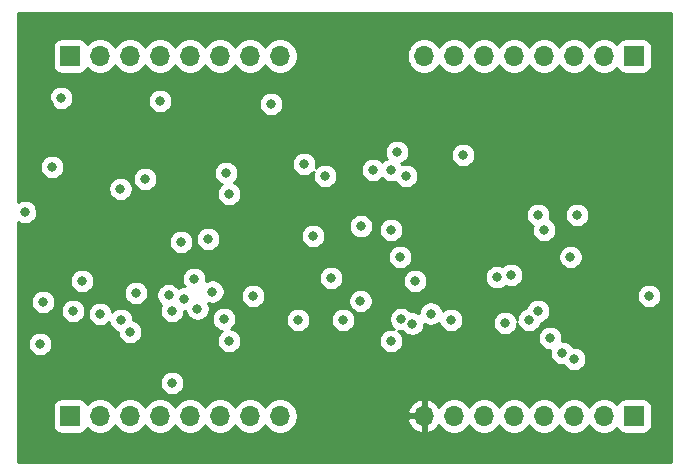
<source format=gbr>
%TF.GenerationSoftware,KiCad,Pcbnew,(5.1.10-1-10_14)*%
%TF.CreationDate,2021-12-18T11:30:40-05:00*%
%TF.ProjectId,Arithmetic,41726974-686d-4657-9469-632e6b696361,rev?*%
%TF.SameCoordinates,Original*%
%TF.FileFunction,Copper,L3,Inr*%
%TF.FilePolarity,Positive*%
%FSLAX46Y46*%
G04 Gerber Fmt 4.6, Leading zero omitted, Abs format (unit mm)*
G04 Created by KiCad (PCBNEW (5.1.10-1-10_14)) date 2021-12-18 11:30:40*
%MOMM*%
%LPD*%
G01*
G04 APERTURE LIST*
%TA.AperFunction,ComponentPad*%
%ADD10R,1.700000X1.700000*%
%TD*%
%TA.AperFunction,ComponentPad*%
%ADD11O,1.700000X1.700000*%
%TD*%
%TA.AperFunction,ViaPad*%
%ADD12C,0.800000*%
%TD*%
%TA.AperFunction,Conductor*%
%ADD13C,0.254000*%
%TD*%
%TA.AperFunction,Conductor*%
%ADD14C,0.100000*%
%TD*%
G04 APERTURE END LIST*
D10*
%TO.N,~ADDER_OUT*%
%TO.C,J4*%
X156718000Y-78232000D03*
D11*
%TO.N,TWOS_COMP*%
X154178000Y-78232000D03*
%TO.N,ADC_SBB*%
X151638000Y-78232000D03*
%TO.N,CARRY_FLAG_IN*%
X149098000Y-78232000D03*
%TO.N,OP_MUX_SEL*%
X146558000Y-78232000D03*
%TO.N,ADDER_CARRY_OUT*%
X144018000Y-78232000D03*
%TO.N,GND*%
X141478000Y-78232000D03*
%TO.N,VCC*%
X138938000Y-78232000D03*
%TD*%
%TO.N,SUM0*%
%TO.C,J3*%
X138938000Y-47752000D03*
%TO.N,SUM1*%
X141478000Y-47752000D03*
%TO.N,SUM2*%
X144018000Y-47752000D03*
%TO.N,SUM3*%
X146558000Y-47752000D03*
%TO.N,SUM4*%
X149098000Y-47752000D03*
%TO.N,SUM5*%
X151638000Y-47752000D03*
%TO.N,SUM6*%
X154178000Y-47752000D03*
D10*
%TO.N,SUM7*%
X156718000Y-47752000D03*
%TD*%
D11*
%TO.N,B7*%
%TO.C,J2*%
X126746000Y-47752000D03*
%TO.N,B6*%
X124206000Y-47752000D03*
%TO.N,B5*%
X121666000Y-47752000D03*
%TO.N,B4*%
X119126000Y-47752000D03*
%TO.N,B3*%
X116586000Y-47752000D03*
%TO.N,B2*%
X114046000Y-47752000D03*
%TO.N,B1*%
X111506000Y-47752000D03*
D10*
%TO.N,B0*%
X108966000Y-47752000D03*
%TD*%
D11*
%TO.N,A7*%
%TO.C,J1*%
X126746000Y-78232000D03*
%TO.N,A6*%
X124206000Y-78232000D03*
%TO.N,A5*%
X121666000Y-78232000D03*
%TO.N,A4*%
X119126000Y-78232000D03*
%TO.N,A3*%
X116586000Y-78232000D03*
%TO.N,A2*%
X114046000Y-78232000D03*
%TO.N,A1*%
X111506000Y-78232000D03*
D10*
%TO.N,A0*%
X108966000Y-78232000D03*
%TD*%
D12*
%TO.N,A7*%
X145099732Y-66486010D03*
X137922000Y-70419990D03*
%TO.N,A6*%
X138176000Y-66802000D03*
X137003594Y-70024319D03*
%TO.N,A3*%
X117602000Y-75438000D03*
X124460000Y-68072000D03*
X131064000Y-66548000D03*
%TO.N,VCC*%
X107188000Y-51816000D03*
X111252000Y-56896000D03*
X109639534Y-51534040D03*
X111775442Y-51646020D03*
X115316000Y-51816000D03*
X117348000Y-57150000D03*
X106618010Y-63754000D03*
X119643010Y-57449071D03*
X118254876Y-51616548D03*
X120247733Y-51754010D03*
X115400021Y-63857500D03*
X124610500Y-52070000D03*
X131064000Y-52832000D03*
X137668000Y-52070000D03*
X138430000Y-63184010D03*
X128524000Y-50546000D03*
X141478000Y-62738000D03*
X124206000Y-63754000D03*
X106412977Y-60692977D03*
X104902000Y-54610000D03*
X153031000Y-63369000D03*
X152654000Y-69596000D03*
%TO.N,GND*%
X108204000Y-51308000D03*
X113215500Y-58996500D03*
X122174000Y-57658000D03*
X113284000Y-70104000D03*
X116586000Y-51562000D03*
X125984000Y-51816000D03*
X130556000Y-57912000D03*
X137414000Y-57898500D03*
X142240000Y-56134000D03*
X149600000Y-71622000D03*
X136144000Y-71882000D03*
X121985732Y-70019979D03*
X148590000Y-61214000D03*
X107442000Y-57150000D03*
X157988000Y-68072000D03*
%TO.N,ADDER_CARRY_OUT*%
X149098000Y-62484000D03*
%TO.N,OP_MUX_SEL*%
X115316000Y-58166000D03*
X105155990Y-60960000D03*
%TO.N,CARRY_FLAG_IN*%
X150622000Y-72898000D03*
X151322010Y-64770000D03*
%TO.N,ADC_SBB*%
X151892000Y-61214000D03*
X151638000Y-73406000D03*
%TO.N,TWOS_COMP*%
X114046000Y-71120000D03*
X118364000Y-63500000D03*
X106425986Y-72136000D03*
X106680000Y-68580000D03*
%TO.N,Net-(U2-Pad9)*%
X119470423Y-66620182D03*
X122428000Y-59436000D03*
%TO.N,Net-(U2-Pad7)*%
X117301322Y-67991728D03*
X119748983Y-69149990D03*
%TO.N,OP3*%
X109982000Y-66802000D03*
X120649980Y-63246000D03*
%TO.N,OP2*%
X114540500Y-67818000D03*
X121017982Y-67704018D03*
%TO.N,OP1*%
X111506000Y-69596000D03*
X128270000Y-70104000D03*
%TO.N,OP0*%
X109220000Y-69342000D03*
X132080000Y-70104000D03*
%TO.N,OP7*%
X146304000Y-66294000D03*
X118587257Y-68295257D03*
%TO.N,OP6*%
X129540000Y-62992000D03*
X136144000Y-62483994D03*
%TO.N,OP5*%
X122428000Y-71882000D03*
X141224000Y-70104000D03*
%TO.N,OP4*%
X117602000Y-69342000D03*
X145796000Y-70358000D03*
%TO.N,Net-(U5-Pad9)*%
X147828000Y-70104000D03*
X136906000Y-64770000D03*
%TO.N,ADDER_CARRY_IN*%
X133550880Y-68495216D03*
X133573312Y-62168010D03*
%TO.N,Net-(U6-Pad1)*%
X139501522Y-69566513D03*
X148589994Y-69342000D03*
%TO.N,Net-(U32-Pad4)*%
X134620000Y-57404000D03*
X128778000Y-56896000D03*
%TO.N,Net-(U33-Pad6)*%
X136144000Y-57404000D03*
X136652000Y-55880000D03*
%TD*%
D13*
%TO.N,VCC*%
X159868001Y-46195572D02*
X159868000Y-46195582D01*
X159868001Y-80231572D01*
X159868000Y-80231582D01*
X159868001Y-81501571D01*
X159868000Y-81501581D01*
X159868000Y-82144000D01*
X104546000Y-82144000D01*
X104546000Y-77382000D01*
X107477928Y-77382000D01*
X107477928Y-79082000D01*
X107490188Y-79206482D01*
X107526498Y-79326180D01*
X107585463Y-79436494D01*
X107664815Y-79533185D01*
X107761506Y-79612537D01*
X107871820Y-79671502D01*
X107991518Y-79707812D01*
X108116000Y-79720072D01*
X109816000Y-79720072D01*
X109940482Y-79707812D01*
X110060180Y-79671502D01*
X110170494Y-79612537D01*
X110267185Y-79533185D01*
X110346537Y-79436494D01*
X110405502Y-79326180D01*
X110427513Y-79253620D01*
X110559368Y-79385475D01*
X110802589Y-79547990D01*
X111072842Y-79659932D01*
X111359740Y-79717000D01*
X111652260Y-79717000D01*
X111939158Y-79659932D01*
X112209411Y-79547990D01*
X112452632Y-79385475D01*
X112659475Y-79178632D01*
X112776000Y-79004240D01*
X112892525Y-79178632D01*
X113099368Y-79385475D01*
X113342589Y-79547990D01*
X113612842Y-79659932D01*
X113899740Y-79717000D01*
X114192260Y-79717000D01*
X114479158Y-79659932D01*
X114749411Y-79547990D01*
X114992632Y-79385475D01*
X115199475Y-79178632D01*
X115316000Y-79004240D01*
X115432525Y-79178632D01*
X115639368Y-79385475D01*
X115882589Y-79547990D01*
X116152842Y-79659932D01*
X116439740Y-79717000D01*
X116732260Y-79717000D01*
X117019158Y-79659932D01*
X117289411Y-79547990D01*
X117532632Y-79385475D01*
X117739475Y-79178632D01*
X117856000Y-79004240D01*
X117972525Y-79178632D01*
X118179368Y-79385475D01*
X118422589Y-79547990D01*
X118692842Y-79659932D01*
X118979740Y-79717000D01*
X119272260Y-79717000D01*
X119559158Y-79659932D01*
X119829411Y-79547990D01*
X120072632Y-79385475D01*
X120279475Y-79178632D01*
X120396000Y-79004240D01*
X120512525Y-79178632D01*
X120719368Y-79385475D01*
X120962589Y-79547990D01*
X121232842Y-79659932D01*
X121519740Y-79717000D01*
X121812260Y-79717000D01*
X122099158Y-79659932D01*
X122369411Y-79547990D01*
X122612632Y-79385475D01*
X122819475Y-79178632D01*
X122936000Y-79004240D01*
X123052525Y-79178632D01*
X123259368Y-79385475D01*
X123502589Y-79547990D01*
X123772842Y-79659932D01*
X124059740Y-79717000D01*
X124352260Y-79717000D01*
X124639158Y-79659932D01*
X124909411Y-79547990D01*
X125152632Y-79385475D01*
X125359475Y-79178632D01*
X125476000Y-79004240D01*
X125592525Y-79178632D01*
X125799368Y-79385475D01*
X126042589Y-79547990D01*
X126312842Y-79659932D01*
X126599740Y-79717000D01*
X126892260Y-79717000D01*
X127179158Y-79659932D01*
X127449411Y-79547990D01*
X127692632Y-79385475D01*
X127899475Y-79178632D01*
X128061990Y-78935411D01*
X128173932Y-78665158D01*
X128189102Y-78588891D01*
X137496519Y-78588891D01*
X137593843Y-78863252D01*
X137742822Y-79113355D01*
X137937731Y-79329588D01*
X138171080Y-79503641D01*
X138433901Y-79628825D01*
X138581110Y-79673476D01*
X138811000Y-79552155D01*
X138811000Y-78359000D01*
X137617186Y-78359000D01*
X137496519Y-78588891D01*
X128189102Y-78588891D01*
X128231000Y-78378260D01*
X128231000Y-78085740D01*
X128189103Y-77875109D01*
X137496519Y-77875109D01*
X137617186Y-78105000D01*
X138811000Y-78105000D01*
X138811000Y-76911845D01*
X139065000Y-76911845D01*
X139065000Y-78105000D01*
X139085000Y-78105000D01*
X139085000Y-78359000D01*
X139065000Y-78359000D01*
X139065000Y-79552155D01*
X139294890Y-79673476D01*
X139442099Y-79628825D01*
X139704920Y-79503641D01*
X139938269Y-79329588D01*
X140133178Y-79113355D01*
X140202805Y-78996466D01*
X140324525Y-79178632D01*
X140531368Y-79385475D01*
X140774589Y-79547990D01*
X141044842Y-79659932D01*
X141331740Y-79717000D01*
X141624260Y-79717000D01*
X141911158Y-79659932D01*
X142181411Y-79547990D01*
X142424632Y-79385475D01*
X142631475Y-79178632D01*
X142748000Y-79004240D01*
X142864525Y-79178632D01*
X143071368Y-79385475D01*
X143314589Y-79547990D01*
X143584842Y-79659932D01*
X143871740Y-79717000D01*
X144164260Y-79717000D01*
X144451158Y-79659932D01*
X144721411Y-79547990D01*
X144964632Y-79385475D01*
X145171475Y-79178632D01*
X145288000Y-79004240D01*
X145404525Y-79178632D01*
X145611368Y-79385475D01*
X145854589Y-79547990D01*
X146124842Y-79659932D01*
X146411740Y-79717000D01*
X146704260Y-79717000D01*
X146991158Y-79659932D01*
X147261411Y-79547990D01*
X147504632Y-79385475D01*
X147711475Y-79178632D01*
X147828000Y-79004240D01*
X147944525Y-79178632D01*
X148151368Y-79385475D01*
X148394589Y-79547990D01*
X148664842Y-79659932D01*
X148951740Y-79717000D01*
X149244260Y-79717000D01*
X149531158Y-79659932D01*
X149801411Y-79547990D01*
X150044632Y-79385475D01*
X150251475Y-79178632D01*
X150368000Y-79004240D01*
X150484525Y-79178632D01*
X150691368Y-79385475D01*
X150934589Y-79547990D01*
X151204842Y-79659932D01*
X151491740Y-79717000D01*
X151784260Y-79717000D01*
X152071158Y-79659932D01*
X152341411Y-79547990D01*
X152584632Y-79385475D01*
X152791475Y-79178632D01*
X152908000Y-79004240D01*
X153024525Y-79178632D01*
X153231368Y-79385475D01*
X153474589Y-79547990D01*
X153744842Y-79659932D01*
X154031740Y-79717000D01*
X154324260Y-79717000D01*
X154611158Y-79659932D01*
X154881411Y-79547990D01*
X155124632Y-79385475D01*
X155256487Y-79253620D01*
X155278498Y-79326180D01*
X155337463Y-79436494D01*
X155416815Y-79533185D01*
X155513506Y-79612537D01*
X155623820Y-79671502D01*
X155743518Y-79707812D01*
X155868000Y-79720072D01*
X157568000Y-79720072D01*
X157692482Y-79707812D01*
X157812180Y-79671502D01*
X157922494Y-79612537D01*
X158019185Y-79533185D01*
X158098537Y-79436494D01*
X158157502Y-79326180D01*
X158193812Y-79206482D01*
X158206072Y-79082000D01*
X158206072Y-77382000D01*
X158193812Y-77257518D01*
X158157502Y-77137820D01*
X158098537Y-77027506D01*
X158019185Y-76930815D01*
X157922494Y-76851463D01*
X157812180Y-76792498D01*
X157692482Y-76756188D01*
X157568000Y-76743928D01*
X155868000Y-76743928D01*
X155743518Y-76756188D01*
X155623820Y-76792498D01*
X155513506Y-76851463D01*
X155416815Y-76930815D01*
X155337463Y-77027506D01*
X155278498Y-77137820D01*
X155256487Y-77210380D01*
X155124632Y-77078525D01*
X154881411Y-76916010D01*
X154611158Y-76804068D01*
X154324260Y-76747000D01*
X154031740Y-76747000D01*
X153744842Y-76804068D01*
X153474589Y-76916010D01*
X153231368Y-77078525D01*
X153024525Y-77285368D01*
X152908000Y-77459760D01*
X152791475Y-77285368D01*
X152584632Y-77078525D01*
X152341411Y-76916010D01*
X152071158Y-76804068D01*
X151784260Y-76747000D01*
X151491740Y-76747000D01*
X151204842Y-76804068D01*
X150934589Y-76916010D01*
X150691368Y-77078525D01*
X150484525Y-77285368D01*
X150368000Y-77459760D01*
X150251475Y-77285368D01*
X150044632Y-77078525D01*
X149801411Y-76916010D01*
X149531158Y-76804068D01*
X149244260Y-76747000D01*
X148951740Y-76747000D01*
X148664842Y-76804068D01*
X148394589Y-76916010D01*
X148151368Y-77078525D01*
X147944525Y-77285368D01*
X147828000Y-77459760D01*
X147711475Y-77285368D01*
X147504632Y-77078525D01*
X147261411Y-76916010D01*
X146991158Y-76804068D01*
X146704260Y-76747000D01*
X146411740Y-76747000D01*
X146124842Y-76804068D01*
X145854589Y-76916010D01*
X145611368Y-77078525D01*
X145404525Y-77285368D01*
X145288000Y-77459760D01*
X145171475Y-77285368D01*
X144964632Y-77078525D01*
X144721411Y-76916010D01*
X144451158Y-76804068D01*
X144164260Y-76747000D01*
X143871740Y-76747000D01*
X143584842Y-76804068D01*
X143314589Y-76916010D01*
X143071368Y-77078525D01*
X142864525Y-77285368D01*
X142748000Y-77459760D01*
X142631475Y-77285368D01*
X142424632Y-77078525D01*
X142181411Y-76916010D01*
X141911158Y-76804068D01*
X141624260Y-76747000D01*
X141331740Y-76747000D01*
X141044842Y-76804068D01*
X140774589Y-76916010D01*
X140531368Y-77078525D01*
X140324525Y-77285368D01*
X140202805Y-77467534D01*
X140133178Y-77350645D01*
X139938269Y-77134412D01*
X139704920Y-76960359D01*
X139442099Y-76835175D01*
X139294890Y-76790524D01*
X139065000Y-76911845D01*
X138811000Y-76911845D01*
X138581110Y-76790524D01*
X138433901Y-76835175D01*
X138171080Y-76960359D01*
X137937731Y-77134412D01*
X137742822Y-77350645D01*
X137593843Y-77600748D01*
X137496519Y-77875109D01*
X128189103Y-77875109D01*
X128173932Y-77798842D01*
X128061990Y-77528589D01*
X127899475Y-77285368D01*
X127692632Y-77078525D01*
X127449411Y-76916010D01*
X127179158Y-76804068D01*
X126892260Y-76747000D01*
X126599740Y-76747000D01*
X126312842Y-76804068D01*
X126042589Y-76916010D01*
X125799368Y-77078525D01*
X125592525Y-77285368D01*
X125476000Y-77459760D01*
X125359475Y-77285368D01*
X125152632Y-77078525D01*
X124909411Y-76916010D01*
X124639158Y-76804068D01*
X124352260Y-76747000D01*
X124059740Y-76747000D01*
X123772842Y-76804068D01*
X123502589Y-76916010D01*
X123259368Y-77078525D01*
X123052525Y-77285368D01*
X122936000Y-77459760D01*
X122819475Y-77285368D01*
X122612632Y-77078525D01*
X122369411Y-76916010D01*
X122099158Y-76804068D01*
X121812260Y-76747000D01*
X121519740Y-76747000D01*
X121232842Y-76804068D01*
X120962589Y-76916010D01*
X120719368Y-77078525D01*
X120512525Y-77285368D01*
X120396000Y-77459760D01*
X120279475Y-77285368D01*
X120072632Y-77078525D01*
X119829411Y-76916010D01*
X119559158Y-76804068D01*
X119272260Y-76747000D01*
X118979740Y-76747000D01*
X118692842Y-76804068D01*
X118422589Y-76916010D01*
X118179368Y-77078525D01*
X117972525Y-77285368D01*
X117856000Y-77459760D01*
X117739475Y-77285368D01*
X117532632Y-77078525D01*
X117289411Y-76916010D01*
X117019158Y-76804068D01*
X116732260Y-76747000D01*
X116439740Y-76747000D01*
X116152842Y-76804068D01*
X115882589Y-76916010D01*
X115639368Y-77078525D01*
X115432525Y-77285368D01*
X115316000Y-77459760D01*
X115199475Y-77285368D01*
X114992632Y-77078525D01*
X114749411Y-76916010D01*
X114479158Y-76804068D01*
X114192260Y-76747000D01*
X113899740Y-76747000D01*
X113612842Y-76804068D01*
X113342589Y-76916010D01*
X113099368Y-77078525D01*
X112892525Y-77285368D01*
X112776000Y-77459760D01*
X112659475Y-77285368D01*
X112452632Y-77078525D01*
X112209411Y-76916010D01*
X111939158Y-76804068D01*
X111652260Y-76747000D01*
X111359740Y-76747000D01*
X111072842Y-76804068D01*
X110802589Y-76916010D01*
X110559368Y-77078525D01*
X110427513Y-77210380D01*
X110405502Y-77137820D01*
X110346537Y-77027506D01*
X110267185Y-76930815D01*
X110170494Y-76851463D01*
X110060180Y-76792498D01*
X109940482Y-76756188D01*
X109816000Y-76743928D01*
X108116000Y-76743928D01*
X107991518Y-76756188D01*
X107871820Y-76792498D01*
X107761506Y-76851463D01*
X107664815Y-76930815D01*
X107585463Y-77027506D01*
X107526498Y-77137820D01*
X107490188Y-77257518D01*
X107477928Y-77382000D01*
X104546000Y-77382000D01*
X104546000Y-75336061D01*
X116567000Y-75336061D01*
X116567000Y-75539939D01*
X116606774Y-75739898D01*
X116684795Y-75928256D01*
X116798063Y-76097774D01*
X116942226Y-76241937D01*
X117111744Y-76355205D01*
X117300102Y-76433226D01*
X117500061Y-76473000D01*
X117703939Y-76473000D01*
X117903898Y-76433226D01*
X118092256Y-76355205D01*
X118261774Y-76241937D01*
X118405937Y-76097774D01*
X118519205Y-75928256D01*
X118597226Y-75739898D01*
X118637000Y-75539939D01*
X118637000Y-75336061D01*
X118597226Y-75136102D01*
X118519205Y-74947744D01*
X118405937Y-74778226D01*
X118261774Y-74634063D01*
X118092256Y-74520795D01*
X117903898Y-74442774D01*
X117703939Y-74403000D01*
X117500061Y-74403000D01*
X117300102Y-74442774D01*
X117111744Y-74520795D01*
X116942226Y-74634063D01*
X116798063Y-74778226D01*
X116684795Y-74947744D01*
X116606774Y-75136102D01*
X116567000Y-75336061D01*
X104546000Y-75336061D01*
X104546000Y-72034061D01*
X105390986Y-72034061D01*
X105390986Y-72237939D01*
X105430760Y-72437898D01*
X105508781Y-72626256D01*
X105622049Y-72795774D01*
X105766212Y-72939937D01*
X105935730Y-73053205D01*
X106124088Y-73131226D01*
X106324047Y-73171000D01*
X106527925Y-73171000D01*
X106727884Y-73131226D01*
X106916242Y-73053205D01*
X107085760Y-72939937D01*
X107229923Y-72795774D01*
X107343191Y-72626256D01*
X107421212Y-72437898D01*
X107460986Y-72237939D01*
X107460986Y-72034061D01*
X107421212Y-71834102D01*
X107343191Y-71645744D01*
X107229923Y-71476226D01*
X107085760Y-71332063D01*
X106916242Y-71218795D01*
X106727884Y-71140774D01*
X106527925Y-71101000D01*
X106324047Y-71101000D01*
X106124088Y-71140774D01*
X105935730Y-71218795D01*
X105766212Y-71332063D01*
X105622049Y-71476226D01*
X105508781Y-71645744D01*
X105430760Y-71834102D01*
X105390986Y-72034061D01*
X104546000Y-72034061D01*
X104546000Y-68478061D01*
X105645000Y-68478061D01*
X105645000Y-68681939D01*
X105684774Y-68881898D01*
X105762795Y-69070256D01*
X105876063Y-69239774D01*
X106020226Y-69383937D01*
X106189744Y-69497205D01*
X106378102Y-69575226D01*
X106578061Y-69615000D01*
X106781939Y-69615000D01*
X106981898Y-69575226D01*
X107170256Y-69497205D01*
X107339774Y-69383937D01*
X107483650Y-69240061D01*
X108185000Y-69240061D01*
X108185000Y-69443939D01*
X108224774Y-69643898D01*
X108302795Y-69832256D01*
X108416063Y-70001774D01*
X108560226Y-70145937D01*
X108729744Y-70259205D01*
X108918102Y-70337226D01*
X109118061Y-70377000D01*
X109321939Y-70377000D01*
X109521898Y-70337226D01*
X109710256Y-70259205D01*
X109879774Y-70145937D01*
X110023937Y-70001774D01*
X110137205Y-69832256D01*
X110215226Y-69643898D01*
X110245030Y-69494061D01*
X110471000Y-69494061D01*
X110471000Y-69697939D01*
X110510774Y-69897898D01*
X110588795Y-70086256D01*
X110702063Y-70255774D01*
X110846226Y-70399937D01*
X111015744Y-70513205D01*
X111204102Y-70591226D01*
X111404061Y-70631000D01*
X111607939Y-70631000D01*
X111807898Y-70591226D01*
X111996256Y-70513205D01*
X112165774Y-70399937D01*
X112267378Y-70298333D01*
X112288774Y-70405898D01*
X112366795Y-70594256D01*
X112480063Y-70763774D01*
X112624226Y-70907937D01*
X112793744Y-71021205D01*
X112982102Y-71099226D01*
X113011000Y-71104974D01*
X113011000Y-71221939D01*
X113050774Y-71421898D01*
X113128795Y-71610256D01*
X113242063Y-71779774D01*
X113386226Y-71923937D01*
X113555744Y-72037205D01*
X113744102Y-72115226D01*
X113944061Y-72155000D01*
X114147939Y-72155000D01*
X114347898Y-72115226D01*
X114536256Y-72037205D01*
X114705774Y-71923937D01*
X114849937Y-71779774D01*
X114963205Y-71610256D01*
X115041226Y-71421898D01*
X115081000Y-71221939D01*
X115081000Y-71018061D01*
X115041226Y-70818102D01*
X114963205Y-70629744D01*
X114849937Y-70460226D01*
X114705774Y-70316063D01*
X114536256Y-70202795D01*
X114347898Y-70124774D01*
X114319000Y-70119026D01*
X114319000Y-70002061D01*
X114279226Y-69802102D01*
X114201205Y-69613744D01*
X114087937Y-69444226D01*
X113943774Y-69300063D01*
X113774256Y-69186795D01*
X113585898Y-69108774D01*
X113385939Y-69069000D01*
X113182061Y-69069000D01*
X112982102Y-69108774D01*
X112793744Y-69186795D01*
X112624226Y-69300063D01*
X112522622Y-69401667D01*
X112501226Y-69294102D01*
X112423205Y-69105744D01*
X112309937Y-68936226D01*
X112165774Y-68792063D01*
X111996256Y-68678795D01*
X111807898Y-68600774D01*
X111607939Y-68561000D01*
X111404061Y-68561000D01*
X111204102Y-68600774D01*
X111015744Y-68678795D01*
X110846226Y-68792063D01*
X110702063Y-68936226D01*
X110588795Y-69105744D01*
X110510774Y-69294102D01*
X110471000Y-69494061D01*
X110245030Y-69494061D01*
X110255000Y-69443939D01*
X110255000Y-69240061D01*
X110215226Y-69040102D01*
X110137205Y-68851744D01*
X110023937Y-68682226D01*
X109879774Y-68538063D01*
X109710256Y-68424795D01*
X109521898Y-68346774D01*
X109321939Y-68307000D01*
X109118061Y-68307000D01*
X108918102Y-68346774D01*
X108729744Y-68424795D01*
X108560226Y-68538063D01*
X108416063Y-68682226D01*
X108302795Y-68851744D01*
X108224774Y-69040102D01*
X108185000Y-69240061D01*
X107483650Y-69240061D01*
X107483937Y-69239774D01*
X107597205Y-69070256D01*
X107675226Y-68881898D01*
X107715000Y-68681939D01*
X107715000Y-68478061D01*
X107675226Y-68278102D01*
X107597205Y-68089744D01*
X107483937Y-67920226D01*
X107339774Y-67776063D01*
X107170256Y-67662795D01*
X106981898Y-67584774D01*
X106781939Y-67545000D01*
X106578061Y-67545000D01*
X106378102Y-67584774D01*
X106189744Y-67662795D01*
X106020226Y-67776063D01*
X105876063Y-67920226D01*
X105762795Y-68089744D01*
X105684774Y-68278102D01*
X105645000Y-68478061D01*
X104546000Y-68478061D01*
X104546000Y-66700061D01*
X108947000Y-66700061D01*
X108947000Y-66903939D01*
X108986774Y-67103898D01*
X109064795Y-67292256D01*
X109178063Y-67461774D01*
X109322226Y-67605937D01*
X109491744Y-67719205D01*
X109680102Y-67797226D01*
X109880061Y-67837000D01*
X110083939Y-67837000D01*
X110283898Y-67797226D01*
X110472256Y-67719205D01*
X110476961Y-67716061D01*
X113505500Y-67716061D01*
X113505500Y-67919939D01*
X113545274Y-68119898D01*
X113623295Y-68308256D01*
X113736563Y-68477774D01*
X113880726Y-68621937D01*
X114050244Y-68735205D01*
X114238602Y-68813226D01*
X114438561Y-68853000D01*
X114642439Y-68853000D01*
X114842398Y-68813226D01*
X115030756Y-68735205D01*
X115200274Y-68621937D01*
X115344437Y-68477774D01*
X115457705Y-68308256D01*
X115535726Y-68119898D01*
X115575500Y-67919939D01*
X115575500Y-67889789D01*
X116266322Y-67889789D01*
X116266322Y-68093667D01*
X116306096Y-68293626D01*
X116384117Y-68481984D01*
X116497385Y-68651502D01*
X116641548Y-68795665D01*
X116697352Y-68832952D01*
X116684795Y-68851744D01*
X116606774Y-69040102D01*
X116567000Y-69240061D01*
X116567000Y-69443939D01*
X116606774Y-69643898D01*
X116684795Y-69832256D01*
X116798063Y-70001774D01*
X116942226Y-70145937D01*
X117111744Y-70259205D01*
X117300102Y-70337226D01*
X117500061Y-70377000D01*
X117703939Y-70377000D01*
X117903898Y-70337226D01*
X118092256Y-70259205D01*
X118261774Y-70145937D01*
X118405937Y-70001774D01*
X118519205Y-69832256D01*
X118597226Y-69643898D01*
X118637000Y-69443939D01*
X118637000Y-69330257D01*
X118689196Y-69330257D01*
X118728027Y-69322533D01*
X118753757Y-69451888D01*
X118831778Y-69640246D01*
X118945046Y-69809764D01*
X119089209Y-69953927D01*
X119258727Y-70067195D01*
X119447085Y-70145216D01*
X119647044Y-70184990D01*
X119850922Y-70184990D01*
X120050881Y-70145216D01*
X120239239Y-70067195D01*
X120408757Y-69953927D01*
X120444644Y-69918040D01*
X120950732Y-69918040D01*
X120950732Y-70121918D01*
X120990506Y-70321877D01*
X121068527Y-70510235D01*
X121181795Y-70679753D01*
X121325958Y-70823916D01*
X121495476Y-70937184D01*
X121683834Y-71015205D01*
X121821360Y-71042560D01*
X121768226Y-71078063D01*
X121624063Y-71222226D01*
X121510795Y-71391744D01*
X121432774Y-71580102D01*
X121393000Y-71780061D01*
X121393000Y-71983939D01*
X121432774Y-72183898D01*
X121510795Y-72372256D01*
X121624063Y-72541774D01*
X121768226Y-72685937D01*
X121937744Y-72799205D01*
X122126102Y-72877226D01*
X122326061Y-72917000D01*
X122529939Y-72917000D01*
X122729898Y-72877226D01*
X122918256Y-72799205D01*
X123087774Y-72685937D01*
X123231937Y-72541774D01*
X123345205Y-72372256D01*
X123423226Y-72183898D01*
X123463000Y-71983939D01*
X123463000Y-71780061D01*
X135109000Y-71780061D01*
X135109000Y-71983939D01*
X135148774Y-72183898D01*
X135226795Y-72372256D01*
X135340063Y-72541774D01*
X135484226Y-72685937D01*
X135653744Y-72799205D01*
X135842102Y-72877226D01*
X136042061Y-72917000D01*
X136245939Y-72917000D01*
X136445898Y-72877226D01*
X136634256Y-72799205D01*
X136803774Y-72685937D01*
X136947937Y-72541774D01*
X137061205Y-72372256D01*
X137139226Y-72183898D01*
X137179000Y-71983939D01*
X137179000Y-71780061D01*
X137139226Y-71580102D01*
X137114357Y-71520061D01*
X148565000Y-71520061D01*
X148565000Y-71723939D01*
X148604774Y-71923898D01*
X148682795Y-72112256D01*
X148796063Y-72281774D01*
X148940226Y-72425937D01*
X149109744Y-72539205D01*
X149298102Y-72617226D01*
X149498061Y-72657000D01*
X149614661Y-72657000D01*
X149587000Y-72796061D01*
X149587000Y-72999939D01*
X149626774Y-73199898D01*
X149704795Y-73388256D01*
X149818063Y-73557774D01*
X149962226Y-73701937D01*
X150131744Y-73815205D01*
X150320102Y-73893226D01*
X150520061Y-73933000D01*
X150723939Y-73933000D01*
X150742835Y-73929241D01*
X150834063Y-74065774D01*
X150978226Y-74209937D01*
X151147744Y-74323205D01*
X151336102Y-74401226D01*
X151536061Y-74441000D01*
X151739939Y-74441000D01*
X151939898Y-74401226D01*
X152128256Y-74323205D01*
X152297774Y-74209937D01*
X152441937Y-74065774D01*
X152555205Y-73896256D01*
X152633226Y-73707898D01*
X152673000Y-73507939D01*
X152673000Y-73304061D01*
X152633226Y-73104102D01*
X152555205Y-72915744D01*
X152441937Y-72746226D01*
X152297774Y-72602063D01*
X152128256Y-72488795D01*
X151939898Y-72410774D01*
X151739939Y-72371000D01*
X151536061Y-72371000D01*
X151517165Y-72374759D01*
X151425937Y-72238226D01*
X151281774Y-72094063D01*
X151112256Y-71980795D01*
X150923898Y-71902774D01*
X150723939Y-71863000D01*
X150607339Y-71863000D01*
X150635000Y-71723939D01*
X150635000Y-71520061D01*
X150595226Y-71320102D01*
X150517205Y-71131744D01*
X150403937Y-70962226D01*
X150259774Y-70818063D01*
X150090256Y-70704795D01*
X149901898Y-70626774D01*
X149701939Y-70587000D01*
X149498061Y-70587000D01*
X149298102Y-70626774D01*
X149109744Y-70704795D01*
X148940226Y-70818063D01*
X148796063Y-70962226D01*
X148682795Y-71131744D01*
X148604774Y-71320102D01*
X148565000Y-71520061D01*
X137114357Y-71520061D01*
X137061205Y-71391744D01*
X136947937Y-71222226D01*
X136803774Y-71078063D01*
X136722341Y-71023652D01*
X136901655Y-71059319D01*
X137104402Y-71059319D01*
X137118063Y-71079764D01*
X137262226Y-71223927D01*
X137431744Y-71337195D01*
X137620102Y-71415216D01*
X137820061Y-71454990D01*
X138023939Y-71454990D01*
X138223898Y-71415216D01*
X138412256Y-71337195D01*
X138581774Y-71223927D01*
X138725937Y-71079764D01*
X138839205Y-70910246D01*
X138917226Y-70721888D01*
X138957000Y-70521929D01*
X138957000Y-70447459D01*
X139011266Y-70483718D01*
X139199624Y-70561739D01*
X139399583Y-70601513D01*
X139603461Y-70601513D01*
X139803420Y-70561739D01*
X139991778Y-70483718D01*
X140161296Y-70370450D01*
X140211698Y-70320048D01*
X140228774Y-70405898D01*
X140306795Y-70594256D01*
X140420063Y-70763774D01*
X140564226Y-70907937D01*
X140733744Y-71021205D01*
X140922102Y-71099226D01*
X141122061Y-71139000D01*
X141325939Y-71139000D01*
X141525898Y-71099226D01*
X141714256Y-71021205D01*
X141883774Y-70907937D01*
X142027937Y-70763774D01*
X142141205Y-70594256D01*
X142219226Y-70405898D01*
X142249030Y-70256061D01*
X144761000Y-70256061D01*
X144761000Y-70459939D01*
X144800774Y-70659898D01*
X144878795Y-70848256D01*
X144992063Y-71017774D01*
X145136226Y-71161937D01*
X145305744Y-71275205D01*
X145494102Y-71353226D01*
X145694061Y-71393000D01*
X145897939Y-71393000D01*
X146097898Y-71353226D01*
X146286256Y-71275205D01*
X146455774Y-71161937D01*
X146599937Y-71017774D01*
X146713205Y-70848256D01*
X146791226Y-70659898D01*
X146831000Y-70459939D01*
X146831000Y-70396979D01*
X146832774Y-70405898D01*
X146910795Y-70594256D01*
X147024063Y-70763774D01*
X147168226Y-70907937D01*
X147337744Y-71021205D01*
X147526102Y-71099226D01*
X147726061Y-71139000D01*
X147929939Y-71139000D01*
X148129898Y-71099226D01*
X148318256Y-71021205D01*
X148487774Y-70907937D01*
X148631937Y-70763774D01*
X148745205Y-70594256D01*
X148823226Y-70405898D01*
X148834620Y-70348618D01*
X148891892Y-70337226D01*
X149080250Y-70259205D01*
X149249768Y-70145937D01*
X149393931Y-70001774D01*
X149507199Y-69832256D01*
X149585220Y-69643898D01*
X149624994Y-69443939D01*
X149624994Y-69240061D01*
X149585220Y-69040102D01*
X149507199Y-68851744D01*
X149393931Y-68682226D01*
X149249768Y-68538063D01*
X149080250Y-68424795D01*
X148891892Y-68346774D01*
X148691933Y-68307000D01*
X148488055Y-68307000D01*
X148288096Y-68346774D01*
X148099738Y-68424795D01*
X147930220Y-68538063D01*
X147786057Y-68682226D01*
X147672789Y-68851744D01*
X147594768Y-69040102D01*
X147583374Y-69097382D01*
X147526102Y-69108774D01*
X147337744Y-69186795D01*
X147168226Y-69300063D01*
X147024063Y-69444226D01*
X146910795Y-69613744D01*
X146832774Y-69802102D01*
X146793000Y-70002061D01*
X146793000Y-70065021D01*
X146791226Y-70056102D01*
X146713205Y-69867744D01*
X146599937Y-69698226D01*
X146455774Y-69554063D01*
X146286256Y-69440795D01*
X146097898Y-69362774D01*
X145897939Y-69323000D01*
X145694061Y-69323000D01*
X145494102Y-69362774D01*
X145305744Y-69440795D01*
X145136226Y-69554063D01*
X144992063Y-69698226D01*
X144878795Y-69867744D01*
X144800774Y-70056102D01*
X144761000Y-70256061D01*
X142249030Y-70256061D01*
X142259000Y-70205939D01*
X142259000Y-70002061D01*
X142219226Y-69802102D01*
X142141205Y-69613744D01*
X142027937Y-69444226D01*
X141883774Y-69300063D01*
X141714256Y-69186795D01*
X141525898Y-69108774D01*
X141325939Y-69069000D01*
X141122061Y-69069000D01*
X140922102Y-69108774D01*
X140733744Y-69186795D01*
X140564226Y-69300063D01*
X140513824Y-69350465D01*
X140496748Y-69264615D01*
X140418727Y-69076257D01*
X140305459Y-68906739D01*
X140161296Y-68762576D01*
X139991778Y-68649308D01*
X139803420Y-68571287D01*
X139603461Y-68531513D01*
X139399583Y-68531513D01*
X139199624Y-68571287D01*
X139011266Y-68649308D01*
X138841748Y-68762576D01*
X138697585Y-68906739D01*
X138584317Y-69076257D01*
X138506296Y-69264615D01*
X138466522Y-69464574D01*
X138466522Y-69539044D01*
X138412256Y-69502785D01*
X138223898Y-69424764D01*
X138023939Y-69384990D01*
X137821192Y-69384990D01*
X137807531Y-69364545D01*
X137663368Y-69220382D01*
X137493850Y-69107114D01*
X137305492Y-69029093D01*
X137105533Y-68989319D01*
X136901655Y-68989319D01*
X136701696Y-69029093D01*
X136513338Y-69107114D01*
X136343820Y-69220382D01*
X136199657Y-69364545D01*
X136086389Y-69534063D01*
X136008368Y-69722421D01*
X135968594Y-69922380D01*
X135968594Y-70126258D01*
X136008368Y-70326217D01*
X136086389Y-70514575D01*
X136199657Y-70684093D01*
X136343820Y-70828256D01*
X136425253Y-70882667D01*
X136245939Y-70847000D01*
X136042061Y-70847000D01*
X135842102Y-70886774D01*
X135653744Y-70964795D01*
X135484226Y-71078063D01*
X135340063Y-71222226D01*
X135226795Y-71391744D01*
X135148774Y-71580102D01*
X135109000Y-71780061D01*
X123463000Y-71780061D01*
X123423226Y-71580102D01*
X123345205Y-71391744D01*
X123231937Y-71222226D01*
X123087774Y-71078063D01*
X122918256Y-70964795D01*
X122729898Y-70886774D01*
X122592372Y-70859419D01*
X122645506Y-70823916D01*
X122789669Y-70679753D01*
X122902937Y-70510235D01*
X122980958Y-70321877D01*
X123020732Y-70121918D01*
X123020732Y-70002061D01*
X127235000Y-70002061D01*
X127235000Y-70205939D01*
X127274774Y-70405898D01*
X127352795Y-70594256D01*
X127466063Y-70763774D01*
X127610226Y-70907937D01*
X127779744Y-71021205D01*
X127968102Y-71099226D01*
X128168061Y-71139000D01*
X128371939Y-71139000D01*
X128571898Y-71099226D01*
X128760256Y-71021205D01*
X128929774Y-70907937D01*
X129073937Y-70763774D01*
X129187205Y-70594256D01*
X129265226Y-70405898D01*
X129305000Y-70205939D01*
X129305000Y-70002061D01*
X131045000Y-70002061D01*
X131045000Y-70205939D01*
X131084774Y-70405898D01*
X131162795Y-70594256D01*
X131276063Y-70763774D01*
X131420226Y-70907937D01*
X131589744Y-71021205D01*
X131778102Y-71099226D01*
X131978061Y-71139000D01*
X132181939Y-71139000D01*
X132381898Y-71099226D01*
X132570256Y-71021205D01*
X132739774Y-70907937D01*
X132883937Y-70763774D01*
X132997205Y-70594256D01*
X133075226Y-70405898D01*
X133115000Y-70205939D01*
X133115000Y-70002061D01*
X133075226Y-69802102D01*
X132997205Y-69613744D01*
X132883937Y-69444226D01*
X132739774Y-69300063D01*
X132570256Y-69186795D01*
X132381898Y-69108774D01*
X132181939Y-69069000D01*
X131978061Y-69069000D01*
X131778102Y-69108774D01*
X131589744Y-69186795D01*
X131420226Y-69300063D01*
X131276063Y-69444226D01*
X131162795Y-69613744D01*
X131084774Y-69802102D01*
X131045000Y-70002061D01*
X129305000Y-70002061D01*
X129265226Y-69802102D01*
X129187205Y-69613744D01*
X129073937Y-69444226D01*
X128929774Y-69300063D01*
X128760256Y-69186795D01*
X128571898Y-69108774D01*
X128371939Y-69069000D01*
X128168061Y-69069000D01*
X127968102Y-69108774D01*
X127779744Y-69186795D01*
X127610226Y-69300063D01*
X127466063Y-69444226D01*
X127352795Y-69613744D01*
X127274774Y-69802102D01*
X127235000Y-70002061D01*
X123020732Y-70002061D01*
X123020732Y-69918040D01*
X122980958Y-69718081D01*
X122902937Y-69529723D01*
X122789669Y-69360205D01*
X122645506Y-69216042D01*
X122475988Y-69102774D01*
X122287630Y-69024753D01*
X122087671Y-68984979D01*
X121883793Y-68984979D01*
X121683834Y-69024753D01*
X121495476Y-69102774D01*
X121325958Y-69216042D01*
X121181795Y-69360205D01*
X121068527Y-69529723D01*
X120990506Y-69718081D01*
X120950732Y-69918040D01*
X120444644Y-69918040D01*
X120552920Y-69809764D01*
X120666188Y-69640246D01*
X120744209Y-69451888D01*
X120783983Y-69251929D01*
X120783983Y-69048051D01*
X120744209Y-68848092D01*
X120675609Y-68682479D01*
X120716084Y-68699244D01*
X120916043Y-68739018D01*
X121119921Y-68739018D01*
X121319880Y-68699244D01*
X121508238Y-68621223D01*
X121677756Y-68507955D01*
X121821919Y-68363792D01*
X121935187Y-68194274D01*
X122013208Y-68005916D01*
X122020339Y-67970061D01*
X123425000Y-67970061D01*
X123425000Y-68173939D01*
X123464774Y-68373898D01*
X123542795Y-68562256D01*
X123656063Y-68731774D01*
X123800226Y-68875937D01*
X123969744Y-68989205D01*
X124158102Y-69067226D01*
X124358061Y-69107000D01*
X124561939Y-69107000D01*
X124761898Y-69067226D01*
X124950256Y-68989205D01*
X125119774Y-68875937D01*
X125263937Y-68731774D01*
X125377205Y-68562256D01*
X125447198Y-68393277D01*
X132515880Y-68393277D01*
X132515880Y-68597155D01*
X132555654Y-68797114D01*
X132633675Y-68985472D01*
X132746943Y-69154990D01*
X132891106Y-69299153D01*
X133060624Y-69412421D01*
X133248982Y-69490442D01*
X133448941Y-69530216D01*
X133652819Y-69530216D01*
X133852778Y-69490442D01*
X134041136Y-69412421D01*
X134210654Y-69299153D01*
X134354817Y-69154990D01*
X134468085Y-68985472D01*
X134546106Y-68797114D01*
X134585880Y-68597155D01*
X134585880Y-68393277D01*
X134546106Y-68193318D01*
X134468085Y-68004960D01*
X134444767Y-67970061D01*
X156953000Y-67970061D01*
X156953000Y-68173939D01*
X156992774Y-68373898D01*
X157070795Y-68562256D01*
X157184063Y-68731774D01*
X157328226Y-68875937D01*
X157497744Y-68989205D01*
X157686102Y-69067226D01*
X157886061Y-69107000D01*
X158089939Y-69107000D01*
X158289898Y-69067226D01*
X158478256Y-68989205D01*
X158647774Y-68875937D01*
X158791937Y-68731774D01*
X158905205Y-68562256D01*
X158983226Y-68373898D01*
X159023000Y-68173939D01*
X159023000Y-67970061D01*
X158983226Y-67770102D01*
X158905205Y-67581744D01*
X158791937Y-67412226D01*
X158647774Y-67268063D01*
X158478256Y-67154795D01*
X158289898Y-67076774D01*
X158089939Y-67037000D01*
X157886061Y-67037000D01*
X157686102Y-67076774D01*
X157497744Y-67154795D01*
X157328226Y-67268063D01*
X157184063Y-67412226D01*
X157070795Y-67581744D01*
X156992774Y-67770102D01*
X156953000Y-67970061D01*
X134444767Y-67970061D01*
X134354817Y-67835442D01*
X134210654Y-67691279D01*
X134041136Y-67578011D01*
X133852778Y-67499990D01*
X133652819Y-67460216D01*
X133448941Y-67460216D01*
X133248982Y-67499990D01*
X133060624Y-67578011D01*
X132891106Y-67691279D01*
X132746943Y-67835442D01*
X132633675Y-68004960D01*
X132555654Y-68193318D01*
X132515880Y-68393277D01*
X125447198Y-68393277D01*
X125455226Y-68373898D01*
X125495000Y-68173939D01*
X125495000Y-67970061D01*
X125455226Y-67770102D01*
X125377205Y-67581744D01*
X125263937Y-67412226D01*
X125119774Y-67268063D01*
X124950256Y-67154795D01*
X124761898Y-67076774D01*
X124561939Y-67037000D01*
X124358061Y-67037000D01*
X124158102Y-67076774D01*
X123969744Y-67154795D01*
X123800226Y-67268063D01*
X123656063Y-67412226D01*
X123542795Y-67581744D01*
X123464774Y-67770102D01*
X123425000Y-67970061D01*
X122020339Y-67970061D01*
X122052982Y-67805957D01*
X122052982Y-67602079D01*
X122013208Y-67402120D01*
X121935187Y-67213762D01*
X121821919Y-67044244D01*
X121677756Y-66900081D01*
X121508238Y-66786813D01*
X121319880Y-66708792D01*
X121119921Y-66669018D01*
X120916043Y-66669018D01*
X120716084Y-66708792D01*
X120527726Y-66786813D01*
X120487164Y-66813916D01*
X120505423Y-66722121D01*
X120505423Y-66518243D01*
X120491066Y-66446061D01*
X130029000Y-66446061D01*
X130029000Y-66649939D01*
X130068774Y-66849898D01*
X130146795Y-67038256D01*
X130260063Y-67207774D01*
X130404226Y-67351937D01*
X130573744Y-67465205D01*
X130762102Y-67543226D01*
X130962061Y-67583000D01*
X131165939Y-67583000D01*
X131365898Y-67543226D01*
X131554256Y-67465205D01*
X131723774Y-67351937D01*
X131867937Y-67207774D01*
X131981205Y-67038256D01*
X132059226Y-66849898D01*
X132089030Y-66700061D01*
X137141000Y-66700061D01*
X137141000Y-66903939D01*
X137180774Y-67103898D01*
X137258795Y-67292256D01*
X137372063Y-67461774D01*
X137516226Y-67605937D01*
X137685744Y-67719205D01*
X137874102Y-67797226D01*
X138074061Y-67837000D01*
X138277939Y-67837000D01*
X138477898Y-67797226D01*
X138666256Y-67719205D01*
X138835774Y-67605937D01*
X138979937Y-67461774D01*
X139093205Y-67292256D01*
X139171226Y-67103898D01*
X139211000Y-66903939D01*
X139211000Y-66700061D01*
X139171226Y-66500102D01*
X139123165Y-66384071D01*
X144064732Y-66384071D01*
X144064732Y-66587949D01*
X144104506Y-66787908D01*
X144182527Y-66976266D01*
X144295795Y-67145784D01*
X144439958Y-67289947D01*
X144609476Y-67403215D01*
X144797834Y-67481236D01*
X144997793Y-67521010D01*
X145201671Y-67521010D01*
X145401630Y-67481236D01*
X145589988Y-67403215D01*
X145759506Y-67289947D01*
X145831071Y-67218382D01*
X146002102Y-67289226D01*
X146202061Y-67329000D01*
X146405939Y-67329000D01*
X146605898Y-67289226D01*
X146794256Y-67211205D01*
X146963774Y-67097937D01*
X147107937Y-66953774D01*
X147221205Y-66784256D01*
X147299226Y-66595898D01*
X147339000Y-66395939D01*
X147339000Y-66192061D01*
X147299226Y-65992102D01*
X147221205Y-65803744D01*
X147107937Y-65634226D01*
X146963774Y-65490063D01*
X146794256Y-65376795D01*
X146605898Y-65298774D01*
X146405939Y-65259000D01*
X146202061Y-65259000D01*
X146002102Y-65298774D01*
X145813744Y-65376795D01*
X145644226Y-65490063D01*
X145572661Y-65561628D01*
X145401630Y-65490784D01*
X145201671Y-65451010D01*
X144997793Y-65451010D01*
X144797834Y-65490784D01*
X144609476Y-65568805D01*
X144439958Y-65682073D01*
X144295795Y-65826236D01*
X144182527Y-65995754D01*
X144104506Y-66184112D01*
X144064732Y-66384071D01*
X139123165Y-66384071D01*
X139093205Y-66311744D01*
X138979937Y-66142226D01*
X138835774Y-65998063D01*
X138666256Y-65884795D01*
X138477898Y-65806774D01*
X138277939Y-65767000D01*
X138074061Y-65767000D01*
X137874102Y-65806774D01*
X137685744Y-65884795D01*
X137516226Y-65998063D01*
X137372063Y-66142226D01*
X137258795Y-66311744D01*
X137180774Y-66500102D01*
X137141000Y-66700061D01*
X132089030Y-66700061D01*
X132099000Y-66649939D01*
X132099000Y-66446061D01*
X132059226Y-66246102D01*
X131981205Y-66057744D01*
X131867937Y-65888226D01*
X131723774Y-65744063D01*
X131554256Y-65630795D01*
X131365898Y-65552774D01*
X131165939Y-65513000D01*
X130962061Y-65513000D01*
X130762102Y-65552774D01*
X130573744Y-65630795D01*
X130404226Y-65744063D01*
X130260063Y-65888226D01*
X130146795Y-66057744D01*
X130068774Y-66246102D01*
X130029000Y-66446061D01*
X120491066Y-66446061D01*
X120465649Y-66318284D01*
X120387628Y-66129926D01*
X120274360Y-65960408D01*
X120130197Y-65816245D01*
X119960679Y-65702977D01*
X119772321Y-65624956D01*
X119572362Y-65585182D01*
X119368484Y-65585182D01*
X119168525Y-65624956D01*
X118980167Y-65702977D01*
X118810649Y-65816245D01*
X118666486Y-65960408D01*
X118553218Y-66129926D01*
X118475197Y-66318284D01*
X118435423Y-66518243D01*
X118435423Y-66722121D01*
X118475197Y-66922080D01*
X118553218Y-67110438D01*
X118653324Y-67260257D01*
X118485318Y-67260257D01*
X118285359Y-67300031D01*
X118127594Y-67365380D01*
X118105259Y-67331954D01*
X117961096Y-67187791D01*
X117791578Y-67074523D01*
X117603220Y-66996502D01*
X117403261Y-66956728D01*
X117199383Y-66956728D01*
X116999424Y-66996502D01*
X116811066Y-67074523D01*
X116641548Y-67187791D01*
X116497385Y-67331954D01*
X116384117Y-67501472D01*
X116306096Y-67689830D01*
X116266322Y-67889789D01*
X115575500Y-67889789D01*
X115575500Y-67716061D01*
X115535726Y-67516102D01*
X115457705Y-67327744D01*
X115344437Y-67158226D01*
X115200274Y-67014063D01*
X115030756Y-66900795D01*
X114842398Y-66822774D01*
X114642439Y-66783000D01*
X114438561Y-66783000D01*
X114238602Y-66822774D01*
X114050244Y-66900795D01*
X113880726Y-67014063D01*
X113736563Y-67158226D01*
X113623295Y-67327744D01*
X113545274Y-67516102D01*
X113505500Y-67716061D01*
X110476961Y-67716061D01*
X110641774Y-67605937D01*
X110785937Y-67461774D01*
X110899205Y-67292256D01*
X110977226Y-67103898D01*
X111017000Y-66903939D01*
X111017000Y-66700061D01*
X110977226Y-66500102D01*
X110899205Y-66311744D01*
X110785937Y-66142226D01*
X110641774Y-65998063D01*
X110472256Y-65884795D01*
X110283898Y-65806774D01*
X110083939Y-65767000D01*
X109880061Y-65767000D01*
X109680102Y-65806774D01*
X109491744Y-65884795D01*
X109322226Y-65998063D01*
X109178063Y-66142226D01*
X109064795Y-66311744D01*
X108986774Y-66500102D01*
X108947000Y-66700061D01*
X104546000Y-66700061D01*
X104546000Y-64668061D01*
X135871000Y-64668061D01*
X135871000Y-64871939D01*
X135910774Y-65071898D01*
X135988795Y-65260256D01*
X136102063Y-65429774D01*
X136246226Y-65573937D01*
X136415744Y-65687205D01*
X136604102Y-65765226D01*
X136804061Y-65805000D01*
X137007939Y-65805000D01*
X137207898Y-65765226D01*
X137396256Y-65687205D01*
X137565774Y-65573937D01*
X137709937Y-65429774D01*
X137823205Y-65260256D01*
X137901226Y-65071898D01*
X137941000Y-64871939D01*
X137941000Y-64668061D01*
X150287010Y-64668061D01*
X150287010Y-64871939D01*
X150326784Y-65071898D01*
X150404805Y-65260256D01*
X150518073Y-65429774D01*
X150662236Y-65573937D01*
X150831754Y-65687205D01*
X151020112Y-65765226D01*
X151220071Y-65805000D01*
X151423949Y-65805000D01*
X151623908Y-65765226D01*
X151812266Y-65687205D01*
X151981784Y-65573937D01*
X152125947Y-65429774D01*
X152239215Y-65260256D01*
X152317236Y-65071898D01*
X152357010Y-64871939D01*
X152357010Y-64668061D01*
X152317236Y-64468102D01*
X152239215Y-64279744D01*
X152125947Y-64110226D01*
X151981784Y-63966063D01*
X151812266Y-63852795D01*
X151623908Y-63774774D01*
X151423949Y-63735000D01*
X151220071Y-63735000D01*
X151020112Y-63774774D01*
X150831754Y-63852795D01*
X150662236Y-63966063D01*
X150518073Y-64110226D01*
X150404805Y-64279744D01*
X150326784Y-64468102D01*
X150287010Y-64668061D01*
X137941000Y-64668061D01*
X137901226Y-64468102D01*
X137823205Y-64279744D01*
X137709937Y-64110226D01*
X137565774Y-63966063D01*
X137396256Y-63852795D01*
X137207898Y-63774774D01*
X137007939Y-63735000D01*
X136804061Y-63735000D01*
X136604102Y-63774774D01*
X136415744Y-63852795D01*
X136246226Y-63966063D01*
X136102063Y-64110226D01*
X135988795Y-64279744D01*
X135910774Y-64468102D01*
X135871000Y-64668061D01*
X104546000Y-64668061D01*
X104546000Y-63398061D01*
X117329000Y-63398061D01*
X117329000Y-63601939D01*
X117368774Y-63801898D01*
X117446795Y-63990256D01*
X117560063Y-64159774D01*
X117704226Y-64303937D01*
X117873744Y-64417205D01*
X118062102Y-64495226D01*
X118262061Y-64535000D01*
X118465939Y-64535000D01*
X118665898Y-64495226D01*
X118854256Y-64417205D01*
X119023774Y-64303937D01*
X119167937Y-64159774D01*
X119281205Y-63990256D01*
X119359226Y-63801898D01*
X119399000Y-63601939D01*
X119399000Y-63398061D01*
X119359226Y-63198102D01*
X119336842Y-63144061D01*
X119614980Y-63144061D01*
X119614980Y-63347939D01*
X119654754Y-63547898D01*
X119732775Y-63736256D01*
X119846043Y-63905774D01*
X119990206Y-64049937D01*
X120159724Y-64163205D01*
X120348082Y-64241226D01*
X120548041Y-64281000D01*
X120751919Y-64281000D01*
X120951878Y-64241226D01*
X121140236Y-64163205D01*
X121309754Y-64049937D01*
X121453917Y-63905774D01*
X121567185Y-63736256D01*
X121645206Y-63547898D01*
X121684980Y-63347939D01*
X121684980Y-63144061D01*
X121645206Y-62944102D01*
X121622822Y-62890061D01*
X128505000Y-62890061D01*
X128505000Y-63093939D01*
X128544774Y-63293898D01*
X128622795Y-63482256D01*
X128736063Y-63651774D01*
X128880226Y-63795937D01*
X129049744Y-63909205D01*
X129238102Y-63987226D01*
X129438061Y-64027000D01*
X129641939Y-64027000D01*
X129841898Y-63987226D01*
X130030256Y-63909205D01*
X130199774Y-63795937D01*
X130343937Y-63651774D01*
X130457205Y-63482256D01*
X130535226Y-63293898D01*
X130575000Y-63093939D01*
X130575000Y-62890061D01*
X130535226Y-62690102D01*
X130457205Y-62501744D01*
X130343937Y-62332226D01*
X130199774Y-62188063D01*
X130030256Y-62074795D01*
X130009195Y-62066071D01*
X132538312Y-62066071D01*
X132538312Y-62269949D01*
X132578086Y-62469908D01*
X132656107Y-62658266D01*
X132769375Y-62827784D01*
X132913538Y-62971947D01*
X133083056Y-63085215D01*
X133271414Y-63163236D01*
X133471373Y-63203010D01*
X133675251Y-63203010D01*
X133875210Y-63163236D01*
X134063568Y-63085215D01*
X134233086Y-62971947D01*
X134377249Y-62827784D01*
X134490517Y-62658266D01*
X134568538Y-62469908D01*
X134586012Y-62382055D01*
X135109000Y-62382055D01*
X135109000Y-62585933D01*
X135148774Y-62785892D01*
X135226795Y-62974250D01*
X135340063Y-63143768D01*
X135484226Y-63287931D01*
X135653744Y-63401199D01*
X135842102Y-63479220D01*
X136042061Y-63518994D01*
X136245939Y-63518994D01*
X136445898Y-63479220D01*
X136634256Y-63401199D01*
X136803774Y-63287931D01*
X136947937Y-63143768D01*
X137061205Y-62974250D01*
X137139226Y-62785892D01*
X137179000Y-62585933D01*
X137179000Y-62382055D01*
X137139226Y-62182096D01*
X137061205Y-61993738D01*
X136947937Y-61824220D01*
X136803774Y-61680057D01*
X136634256Y-61566789D01*
X136445898Y-61488768D01*
X136245939Y-61448994D01*
X136042061Y-61448994D01*
X135842102Y-61488768D01*
X135653744Y-61566789D01*
X135484226Y-61680057D01*
X135340063Y-61824220D01*
X135226795Y-61993738D01*
X135148774Y-62182096D01*
X135109000Y-62382055D01*
X134586012Y-62382055D01*
X134608312Y-62269949D01*
X134608312Y-62066071D01*
X134568538Y-61866112D01*
X134490517Y-61677754D01*
X134377249Y-61508236D01*
X134233086Y-61364073D01*
X134063568Y-61250805D01*
X133875210Y-61172784D01*
X133675251Y-61133010D01*
X133471373Y-61133010D01*
X133271414Y-61172784D01*
X133083056Y-61250805D01*
X132913538Y-61364073D01*
X132769375Y-61508236D01*
X132656107Y-61677754D01*
X132578086Y-61866112D01*
X132538312Y-62066071D01*
X130009195Y-62066071D01*
X129841898Y-61996774D01*
X129641939Y-61957000D01*
X129438061Y-61957000D01*
X129238102Y-61996774D01*
X129049744Y-62074795D01*
X128880226Y-62188063D01*
X128736063Y-62332226D01*
X128622795Y-62501744D01*
X128544774Y-62690102D01*
X128505000Y-62890061D01*
X121622822Y-62890061D01*
X121567185Y-62755744D01*
X121453917Y-62586226D01*
X121309754Y-62442063D01*
X121140236Y-62328795D01*
X120951878Y-62250774D01*
X120751919Y-62211000D01*
X120548041Y-62211000D01*
X120348082Y-62250774D01*
X120159724Y-62328795D01*
X119990206Y-62442063D01*
X119846043Y-62586226D01*
X119732775Y-62755744D01*
X119654754Y-62944102D01*
X119614980Y-63144061D01*
X119336842Y-63144061D01*
X119281205Y-63009744D01*
X119167937Y-62840226D01*
X119023774Y-62696063D01*
X118854256Y-62582795D01*
X118665898Y-62504774D01*
X118465939Y-62465000D01*
X118262061Y-62465000D01*
X118062102Y-62504774D01*
X117873744Y-62582795D01*
X117704226Y-62696063D01*
X117560063Y-62840226D01*
X117446795Y-63009744D01*
X117368774Y-63198102D01*
X117329000Y-63398061D01*
X104546000Y-63398061D01*
X104546000Y-61797202D01*
X104665734Y-61877205D01*
X104854092Y-61955226D01*
X105054051Y-61995000D01*
X105257929Y-61995000D01*
X105457888Y-61955226D01*
X105646246Y-61877205D01*
X105815764Y-61763937D01*
X105959927Y-61619774D01*
X106073195Y-61450256D01*
X106151216Y-61261898D01*
X106181020Y-61112061D01*
X147555000Y-61112061D01*
X147555000Y-61315939D01*
X147594774Y-61515898D01*
X147672795Y-61704256D01*
X147786063Y-61873774D01*
X147930226Y-62017937D01*
X148099744Y-62131205D01*
X148120325Y-62139730D01*
X148102774Y-62182102D01*
X148063000Y-62382061D01*
X148063000Y-62585939D01*
X148102774Y-62785898D01*
X148180795Y-62974256D01*
X148294063Y-63143774D01*
X148438226Y-63287937D01*
X148607744Y-63401205D01*
X148796102Y-63479226D01*
X148996061Y-63519000D01*
X149199939Y-63519000D01*
X149399898Y-63479226D01*
X149588256Y-63401205D01*
X149757774Y-63287937D01*
X149901937Y-63143774D01*
X150015205Y-62974256D01*
X150093226Y-62785898D01*
X150133000Y-62585939D01*
X150133000Y-62382061D01*
X150093226Y-62182102D01*
X150015205Y-61993744D01*
X149901937Y-61824226D01*
X149757774Y-61680063D01*
X149588256Y-61566795D01*
X149567675Y-61558270D01*
X149585226Y-61515898D01*
X149625000Y-61315939D01*
X149625000Y-61112061D01*
X150857000Y-61112061D01*
X150857000Y-61315939D01*
X150896774Y-61515898D01*
X150974795Y-61704256D01*
X151088063Y-61873774D01*
X151232226Y-62017937D01*
X151401744Y-62131205D01*
X151590102Y-62209226D01*
X151790061Y-62249000D01*
X151993939Y-62249000D01*
X152193898Y-62209226D01*
X152382256Y-62131205D01*
X152551774Y-62017937D01*
X152695937Y-61873774D01*
X152809205Y-61704256D01*
X152887226Y-61515898D01*
X152927000Y-61315939D01*
X152927000Y-61112061D01*
X152887226Y-60912102D01*
X152809205Y-60723744D01*
X152695937Y-60554226D01*
X152551774Y-60410063D01*
X152382256Y-60296795D01*
X152193898Y-60218774D01*
X151993939Y-60179000D01*
X151790061Y-60179000D01*
X151590102Y-60218774D01*
X151401744Y-60296795D01*
X151232226Y-60410063D01*
X151088063Y-60554226D01*
X150974795Y-60723744D01*
X150896774Y-60912102D01*
X150857000Y-61112061D01*
X149625000Y-61112061D01*
X149585226Y-60912102D01*
X149507205Y-60723744D01*
X149393937Y-60554226D01*
X149249774Y-60410063D01*
X149080256Y-60296795D01*
X148891898Y-60218774D01*
X148691939Y-60179000D01*
X148488061Y-60179000D01*
X148288102Y-60218774D01*
X148099744Y-60296795D01*
X147930226Y-60410063D01*
X147786063Y-60554226D01*
X147672795Y-60723744D01*
X147594774Y-60912102D01*
X147555000Y-61112061D01*
X106181020Y-61112061D01*
X106190990Y-61061939D01*
X106190990Y-60858061D01*
X106151216Y-60658102D01*
X106073195Y-60469744D01*
X105959927Y-60300226D01*
X105815764Y-60156063D01*
X105646246Y-60042795D01*
X105457888Y-59964774D01*
X105257929Y-59925000D01*
X105054051Y-59925000D01*
X104854092Y-59964774D01*
X104665734Y-60042795D01*
X104546000Y-60122798D01*
X104546000Y-58894561D01*
X112180500Y-58894561D01*
X112180500Y-59098439D01*
X112220274Y-59298398D01*
X112298295Y-59486756D01*
X112411563Y-59656274D01*
X112555726Y-59800437D01*
X112725244Y-59913705D01*
X112913602Y-59991726D01*
X113113561Y-60031500D01*
X113317439Y-60031500D01*
X113517398Y-59991726D01*
X113705756Y-59913705D01*
X113875274Y-59800437D01*
X114019437Y-59656274D01*
X114132705Y-59486756D01*
X114210726Y-59298398D01*
X114250500Y-59098439D01*
X114250500Y-58894561D01*
X114210726Y-58694602D01*
X114132705Y-58506244D01*
X114019437Y-58336726D01*
X113875274Y-58192563D01*
X113705756Y-58079295D01*
X113668979Y-58064061D01*
X114281000Y-58064061D01*
X114281000Y-58267939D01*
X114320774Y-58467898D01*
X114398795Y-58656256D01*
X114512063Y-58825774D01*
X114656226Y-58969937D01*
X114825744Y-59083205D01*
X115014102Y-59161226D01*
X115214061Y-59201000D01*
X115417939Y-59201000D01*
X115617898Y-59161226D01*
X115806256Y-59083205D01*
X115975774Y-58969937D01*
X116119937Y-58825774D01*
X116233205Y-58656256D01*
X116311226Y-58467898D01*
X116351000Y-58267939D01*
X116351000Y-58064061D01*
X116311226Y-57864102D01*
X116233205Y-57675744D01*
X116153236Y-57556061D01*
X121139000Y-57556061D01*
X121139000Y-57759939D01*
X121178774Y-57959898D01*
X121256795Y-58148256D01*
X121370063Y-58317774D01*
X121514226Y-58461937D01*
X121683744Y-58575205D01*
X121788426Y-58618566D01*
X121768226Y-58632063D01*
X121624063Y-58776226D01*
X121510795Y-58945744D01*
X121432774Y-59134102D01*
X121393000Y-59334061D01*
X121393000Y-59537939D01*
X121432774Y-59737898D01*
X121510795Y-59926256D01*
X121624063Y-60095774D01*
X121768226Y-60239937D01*
X121937744Y-60353205D01*
X122126102Y-60431226D01*
X122326061Y-60471000D01*
X122529939Y-60471000D01*
X122729898Y-60431226D01*
X122918256Y-60353205D01*
X123087774Y-60239937D01*
X123231937Y-60095774D01*
X123345205Y-59926256D01*
X123423226Y-59737898D01*
X123463000Y-59537939D01*
X123463000Y-59334061D01*
X123423226Y-59134102D01*
X123345205Y-58945744D01*
X123231937Y-58776226D01*
X123087774Y-58632063D01*
X122918256Y-58518795D01*
X122813574Y-58475434D01*
X122833774Y-58461937D01*
X122977937Y-58317774D01*
X123091205Y-58148256D01*
X123169226Y-57959898D01*
X123209000Y-57759939D01*
X123209000Y-57556061D01*
X123169226Y-57356102D01*
X123091205Y-57167744D01*
X122977937Y-56998226D01*
X122833774Y-56854063D01*
X122743975Y-56794061D01*
X127743000Y-56794061D01*
X127743000Y-56997939D01*
X127782774Y-57197898D01*
X127860795Y-57386256D01*
X127974063Y-57555774D01*
X128118226Y-57699937D01*
X128287744Y-57813205D01*
X128476102Y-57891226D01*
X128676061Y-57931000D01*
X128879939Y-57931000D01*
X129079898Y-57891226D01*
X129268256Y-57813205D01*
X129437774Y-57699937D01*
X129581937Y-57555774D01*
X129585464Y-57550495D01*
X129560774Y-57610102D01*
X129521000Y-57810061D01*
X129521000Y-58013939D01*
X129560774Y-58213898D01*
X129638795Y-58402256D01*
X129752063Y-58571774D01*
X129896226Y-58715937D01*
X130065744Y-58829205D01*
X130254102Y-58907226D01*
X130454061Y-58947000D01*
X130657939Y-58947000D01*
X130857898Y-58907226D01*
X131046256Y-58829205D01*
X131215774Y-58715937D01*
X131359937Y-58571774D01*
X131473205Y-58402256D01*
X131551226Y-58213898D01*
X131591000Y-58013939D01*
X131591000Y-57810061D01*
X131551226Y-57610102D01*
X131473205Y-57421744D01*
X131393236Y-57302061D01*
X133585000Y-57302061D01*
X133585000Y-57505939D01*
X133624774Y-57705898D01*
X133702795Y-57894256D01*
X133816063Y-58063774D01*
X133960226Y-58207937D01*
X134129744Y-58321205D01*
X134318102Y-58399226D01*
X134518061Y-58439000D01*
X134721939Y-58439000D01*
X134921898Y-58399226D01*
X135110256Y-58321205D01*
X135279774Y-58207937D01*
X135382000Y-58105711D01*
X135484226Y-58207937D01*
X135653744Y-58321205D01*
X135842102Y-58399226D01*
X136042061Y-58439000D01*
X136245939Y-58439000D01*
X136445898Y-58399226D01*
X136493043Y-58379698D01*
X136496795Y-58388756D01*
X136610063Y-58558274D01*
X136754226Y-58702437D01*
X136923744Y-58815705D01*
X137112102Y-58893726D01*
X137312061Y-58933500D01*
X137515939Y-58933500D01*
X137715898Y-58893726D01*
X137904256Y-58815705D01*
X138073774Y-58702437D01*
X138217937Y-58558274D01*
X138331205Y-58388756D01*
X138409226Y-58200398D01*
X138449000Y-58000439D01*
X138449000Y-57796561D01*
X138409226Y-57596602D01*
X138331205Y-57408244D01*
X138217937Y-57238726D01*
X138073774Y-57094563D01*
X137904256Y-56981295D01*
X137715898Y-56903274D01*
X137515939Y-56863500D01*
X137312061Y-56863500D01*
X137112102Y-56903274D01*
X137064957Y-56922802D01*
X137061205Y-56913744D01*
X137017786Y-56848763D01*
X137142256Y-56797205D01*
X137311774Y-56683937D01*
X137455937Y-56539774D01*
X137569205Y-56370256D01*
X137647226Y-56181898D01*
X137677030Y-56032061D01*
X141205000Y-56032061D01*
X141205000Y-56235939D01*
X141244774Y-56435898D01*
X141322795Y-56624256D01*
X141436063Y-56793774D01*
X141580226Y-56937937D01*
X141749744Y-57051205D01*
X141938102Y-57129226D01*
X142138061Y-57169000D01*
X142341939Y-57169000D01*
X142541898Y-57129226D01*
X142730256Y-57051205D01*
X142899774Y-56937937D01*
X143043937Y-56793774D01*
X143157205Y-56624256D01*
X143235226Y-56435898D01*
X143275000Y-56235939D01*
X143275000Y-56032061D01*
X143235226Y-55832102D01*
X143157205Y-55643744D01*
X143043937Y-55474226D01*
X142899774Y-55330063D01*
X142730256Y-55216795D01*
X142541898Y-55138774D01*
X142341939Y-55099000D01*
X142138061Y-55099000D01*
X141938102Y-55138774D01*
X141749744Y-55216795D01*
X141580226Y-55330063D01*
X141436063Y-55474226D01*
X141322795Y-55643744D01*
X141244774Y-55832102D01*
X141205000Y-56032061D01*
X137677030Y-56032061D01*
X137687000Y-55981939D01*
X137687000Y-55778061D01*
X137647226Y-55578102D01*
X137569205Y-55389744D01*
X137455937Y-55220226D01*
X137311774Y-55076063D01*
X137142256Y-54962795D01*
X136953898Y-54884774D01*
X136753939Y-54845000D01*
X136550061Y-54845000D01*
X136350102Y-54884774D01*
X136161744Y-54962795D01*
X135992226Y-55076063D01*
X135848063Y-55220226D01*
X135734795Y-55389744D01*
X135656774Y-55578102D01*
X135617000Y-55778061D01*
X135617000Y-55981939D01*
X135656774Y-56181898D01*
X135734795Y-56370256D01*
X135778214Y-56435237D01*
X135653744Y-56486795D01*
X135484226Y-56600063D01*
X135382000Y-56702289D01*
X135279774Y-56600063D01*
X135110256Y-56486795D01*
X134921898Y-56408774D01*
X134721939Y-56369000D01*
X134518061Y-56369000D01*
X134318102Y-56408774D01*
X134129744Y-56486795D01*
X133960226Y-56600063D01*
X133816063Y-56744226D01*
X133702795Y-56913744D01*
X133624774Y-57102102D01*
X133585000Y-57302061D01*
X131393236Y-57302061D01*
X131359937Y-57252226D01*
X131215774Y-57108063D01*
X131046256Y-56994795D01*
X130857898Y-56916774D01*
X130657939Y-56877000D01*
X130454061Y-56877000D01*
X130254102Y-56916774D01*
X130065744Y-56994795D01*
X129896226Y-57108063D01*
X129752063Y-57252226D01*
X129748536Y-57257505D01*
X129773226Y-57197898D01*
X129813000Y-56997939D01*
X129813000Y-56794061D01*
X129773226Y-56594102D01*
X129695205Y-56405744D01*
X129581937Y-56236226D01*
X129437774Y-56092063D01*
X129268256Y-55978795D01*
X129079898Y-55900774D01*
X128879939Y-55861000D01*
X128676061Y-55861000D01*
X128476102Y-55900774D01*
X128287744Y-55978795D01*
X128118226Y-56092063D01*
X127974063Y-56236226D01*
X127860795Y-56405744D01*
X127782774Y-56594102D01*
X127743000Y-56794061D01*
X122743975Y-56794061D01*
X122664256Y-56740795D01*
X122475898Y-56662774D01*
X122275939Y-56623000D01*
X122072061Y-56623000D01*
X121872102Y-56662774D01*
X121683744Y-56740795D01*
X121514226Y-56854063D01*
X121370063Y-56998226D01*
X121256795Y-57167744D01*
X121178774Y-57356102D01*
X121139000Y-57556061D01*
X116153236Y-57556061D01*
X116119937Y-57506226D01*
X115975774Y-57362063D01*
X115806256Y-57248795D01*
X115617898Y-57170774D01*
X115417939Y-57131000D01*
X115214061Y-57131000D01*
X115014102Y-57170774D01*
X114825744Y-57248795D01*
X114656226Y-57362063D01*
X114512063Y-57506226D01*
X114398795Y-57675744D01*
X114320774Y-57864102D01*
X114281000Y-58064061D01*
X113668979Y-58064061D01*
X113517398Y-58001274D01*
X113317439Y-57961500D01*
X113113561Y-57961500D01*
X112913602Y-58001274D01*
X112725244Y-58079295D01*
X112555726Y-58192563D01*
X112411563Y-58336726D01*
X112298295Y-58506244D01*
X112220274Y-58694602D01*
X112180500Y-58894561D01*
X104546000Y-58894561D01*
X104546000Y-57048061D01*
X106407000Y-57048061D01*
X106407000Y-57251939D01*
X106446774Y-57451898D01*
X106524795Y-57640256D01*
X106638063Y-57809774D01*
X106782226Y-57953937D01*
X106951744Y-58067205D01*
X107140102Y-58145226D01*
X107340061Y-58185000D01*
X107543939Y-58185000D01*
X107743898Y-58145226D01*
X107932256Y-58067205D01*
X108101774Y-57953937D01*
X108245937Y-57809774D01*
X108359205Y-57640256D01*
X108437226Y-57451898D01*
X108477000Y-57251939D01*
X108477000Y-57048061D01*
X108437226Y-56848102D01*
X108359205Y-56659744D01*
X108245937Y-56490226D01*
X108101774Y-56346063D01*
X107932256Y-56232795D01*
X107743898Y-56154774D01*
X107543939Y-56115000D01*
X107340061Y-56115000D01*
X107140102Y-56154774D01*
X106951744Y-56232795D01*
X106782226Y-56346063D01*
X106638063Y-56490226D01*
X106524795Y-56659744D01*
X106446774Y-56848102D01*
X106407000Y-57048061D01*
X104546000Y-57048061D01*
X104546000Y-51206061D01*
X107169000Y-51206061D01*
X107169000Y-51409939D01*
X107208774Y-51609898D01*
X107286795Y-51798256D01*
X107400063Y-51967774D01*
X107544226Y-52111937D01*
X107713744Y-52225205D01*
X107902102Y-52303226D01*
X108102061Y-52343000D01*
X108305939Y-52343000D01*
X108505898Y-52303226D01*
X108694256Y-52225205D01*
X108863774Y-52111937D01*
X109007937Y-51967774D01*
X109121205Y-51798256D01*
X109199226Y-51609898D01*
X109229030Y-51460061D01*
X115551000Y-51460061D01*
X115551000Y-51663939D01*
X115590774Y-51863898D01*
X115668795Y-52052256D01*
X115782063Y-52221774D01*
X115926226Y-52365937D01*
X116095744Y-52479205D01*
X116284102Y-52557226D01*
X116484061Y-52597000D01*
X116687939Y-52597000D01*
X116887898Y-52557226D01*
X117076256Y-52479205D01*
X117245774Y-52365937D01*
X117389937Y-52221774D01*
X117503205Y-52052256D01*
X117581226Y-51863898D01*
X117611030Y-51714061D01*
X124949000Y-51714061D01*
X124949000Y-51917939D01*
X124988774Y-52117898D01*
X125066795Y-52306256D01*
X125180063Y-52475774D01*
X125324226Y-52619937D01*
X125493744Y-52733205D01*
X125682102Y-52811226D01*
X125882061Y-52851000D01*
X126085939Y-52851000D01*
X126285898Y-52811226D01*
X126474256Y-52733205D01*
X126643774Y-52619937D01*
X126787937Y-52475774D01*
X126901205Y-52306256D01*
X126979226Y-52117898D01*
X127019000Y-51917939D01*
X127019000Y-51714061D01*
X126979226Y-51514102D01*
X126901205Y-51325744D01*
X126787937Y-51156226D01*
X126643774Y-51012063D01*
X126474256Y-50898795D01*
X126285898Y-50820774D01*
X126085939Y-50781000D01*
X125882061Y-50781000D01*
X125682102Y-50820774D01*
X125493744Y-50898795D01*
X125324226Y-51012063D01*
X125180063Y-51156226D01*
X125066795Y-51325744D01*
X124988774Y-51514102D01*
X124949000Y-51714061D01*
X117611030Y-51714061D01*
X117621000Y-51663939D01*
X117621000Y-51460061D01*
X117581226Y-51260102D01*
X117503205Y-51071744D01*
X117389937Y-50902226D01*
X117245774Y-50758063D01*
X117076256Y-50644795D01*
X116887898Y-50566774D01*
X116687939Y-50527000D01*
X116484061Y-50527000D01*
X116284102Y-50566774D01*
X116095744Y-50644795D01*
X115926226Y-50758063D01*
X115782063Y-50902226D01*
X115668795Y-51071744D01*
X115590774Y-51260102D01*
X115551000Y-51460061D01*
X109229030Y-51460061D01*
X109239000Y-51409939D01*
X109239000Y-51206061D01*
X109199226Y-51006102D01*
X109121205Y-50817744D01*
X109007937Y-50648226D01*
X108863774Y-50504063D01*
X108694256Y-50390795D01*
X108505898Y-50312774D01*
X108305939Y-50273000D01*
X108102061Y-50273000D01*
X107902102Y-50312774D01*
X107713744Y-50390795D01*
X107544226Y-50504063D01*
X107400063Y-50648226D01*
X107286795Y-50817744D01*
X107208774Y-51006102D01*
X107169000Y-51206061D01*
X104546000Y-51206061D01*
X104546000Y-46902000D01*
X107477928Y-46902000D01*
X107477928Y-48602000D01*
X107490188Y-48726482D01*
X107526498Y-48846180D01*
X107585463Y-48956494D01*
X107664815Y-49053185D01*
X107761506Y-49132537D01*
X107871820Y-49191502D01*
X107991518Y-49227812D01*
X108116000Y-49240072D01*
X109816000Y-49240072D01*
X109940482Y-49227812D01*
X110060180Y-49191502D01*
X110170494Y-49132537D01*
X110267185Y-49053185D01*
X110346537Y-48956494D01*
X110405502Y-48846180D01*
X110427513Y-48773620D01*
X110559368Y-48905475D01*
X110802589Y-49067990D01*
X111072842Y-49179932D01*
X111359740Y-49237000D01*
X111652260Y-49237000D01*
X111939158Y-49179932D01*
X112209411Y-49067990D01*
X112452632Y-48905475D01*
X112659475Y-48698632D01*
X112776000Y-48524240D01*
X112892525Y-48698632D01*
X113099368Y-48905475D01*
X113342589Y-49067990D01*
X113612842Y-49179932D01*
X113899740Y-49237000D01*
X114192260Y-49237000D01*
X114479158Y-49179932D01*
X114749411Y-49067990D01*
X114992632Y-48905475D01*
X115199475Y-48698632D01*
X115316000Y-48524240D01*
X115432525Y-48698632D01*
X115639368Y-48905475D01*
X115882589Y-49067990D01*
X116152842Y-49179932D01*
X116439740Y-49237000D01*
X116732260Y-49237000D01*
X117019158Y-49179932D01*
X117289411Y-49067990D01*
X117532632Y-48905475D01*
X117739475Y-48698632D01*
X117856000Y-48524240D01*
X117972525Y-48698632D01*
X118179368Y-48905475D01*
X118422589Y-49067990D01*
X118692842Y-49179932D01*
X118979740Y-49237000D01*
X119272260Y-49237000D01*
X119559158Y-49179932D01*
X119829411Y-49067990D01*
X120072632Y-48905475D01*
X120279475Y-48698632D01*
X120396000Y-48524240D01*
X120512525Y-48698632D01*
X120719368Y-48905475D01*
X120962589Y-49067990D01*
X121232842Y-49179932D01*
X121519740Y-49237000D01*
X121812260Y-49237000D01*
X122099158Y-49179932D01*
X122369411Y-49067990D01*
X122612632Y-48905475D01*
X122819475Y-48698632D01*
X122936000Y-48524240D01*
X123052525Y-48698632D01*
X123259368Y-48905475D01*
X123502589Y-49067990D01*
X123772842Y-49179932D01*
X124059740Y-49237000D01*
X124352260Y-49237000D01*
X124639158Y-49179932D01*
X124909411Y-49067990D01*
X125152632Y-48905475D01*
X125359475Y-48698632D01*
X125476000Y-48524240D01*
X125592525Y-48698632D01*
X125799368Y-48905475D01*
X126042589Y-49067990D01*
X126312842Y-49179932D01*
X126599740Y-49237000D01*
X126892260Y-49237000D01*
X127179158Y-49179932D01*
X127449411Y-49067990D01*
X127692632Y-48905475D01*
X127899475Y-48698632D01*
X128061990Y-48455411D01*
X128173932Y-48185158D01*
X128231000Y-47898260D01*
X128231000Y-47605740D01*
X137453000Y-47605740D01*
X137453000Y-47898260D01*
X137510068Y-48185158D01*
X137622010Y-48455411D01*
X137784525Y-48698632D01*
X137991368Y-48905475D01*
X138234589Y-49067990D01*
X138504842Y-49179932D01*
X138791740Y-49237000D01*
X139084260Y-49237000D01*
X139371158Y-49179932D01*
X139641411Y-49067990D01*
X139884632Y-48905475D01*
X140091475Y-48698632D01*
X140208000Y-48524240D01*
X140324525Y-48698632D01*
X140531368Y-48905475D01*
X140774589Y-49067990D01*
X141044842Y-49179932D01*
X141331740Y-49237000D01*
X141624260Y-49237000D01*
X141911158Y-49179932D01*
X142181411Y-49067990D01*
X142424632Y-48905475D01*
X142631475Y-48698632D01*
X142748000Y-48524240D01*
X142864525Y-48698632D01*
X143071368Y-48905475D01*
X143314589Y-49067990D01*
X143584842Y-49179932D01*
X143871740Y-49237000D01*
X144164260Y-49237000D01*
X144451158Y-49179932D01*
X144721411Y-49067990D01*
X144964632Y-48905475D01*
X145171475Y-48698632D01*
X145288000Y-48524240D01*
X145404525Y-48698632D01*
X145611368Y-48905475D01*
X145854589Y-49067990D01*
X146124842Y-49179932D01*
X146411740Y-49237000D01*
X146704260Y-49237000D01*
X146991158Y-49179932D01*
X147261411Y-49067990D01*
X147504632Y-48905475D01*
X147711475Y-48698632D01*
X147828000Y-48524240D01*
X147944525Y-48698632D01*
X148151368Y-48905475D01*
X148394589Y-49067990D01*
X148664842Y-49179932D01*
X148951740Y-49237000D01*
X149244260Y-49237000D01*
X149531158Y-49179932D01*
X149801411Y-49067990D01*
X150044632Y-48905475D01*
X150251475Y-48698632D01*
X150368000Y-48524240D01*
X150484525Y-48698632D01*
X150691368Y-48905475D01*
X150934589Y-49067990D01*
X151204842Y-49179932D01*
X151491740Y-49237000D01*
X151784260Y-49237000D01*
X152071158Y-49179932D01*
X152341411Y-49067990D01*
X152584632Y-48905475D01*
X152791475Y-48698632D01*
X152908000Y-48524240D01*
X153024525Y-48698632D01*
X153231368Y-48905475D01*
X153474589Y-49067990D01*
X153744842Y-49179932D01*
X154031740Y-49237000D01*
X154324260Y-49237000D01*
X154611158Y-49179932D01*
X154881411Y-49067990D01*
X155124632Y-48905475D01*
X155256487Y-48773620D01*
X155278498Y-48846180D01*
X155337463Y-48956494D01*
X155416815Y-49053185D01*
X155513506Y-49132537D01*
X155623820Y-49191502D01*
X155743518Y-49227812D01*
X155868000Y-49240072D01*
X157568000Y-49240072D01*
X157692482Y-49227812D01*
X157812180Y-49191502D01*
X157922494Y-49132537D01*
X158019185Y-49053185D01*
X158098537Y-48956494D01*
X158157502Y-48846180D01*
X158193812Y-48726482D01*
X158206072Y-48602000D01*
X158206072Y-46902000D01*
X158193812Y-46777518D01*
X158157502Y-46657820D01*
X158098537Y-46547506D01*
X158019185Y-46450815D01*
X157922494Y-46371463D01*
X157812180Y-46312498D01*
X157692482Y-46276188D01*
X157568000Y-46263928D01*
X155868000Y-46263928D01*
X155743518Y-46276188D01*
X155623820Y-46312498D01*
X155513506Y-46371463D01*
X155416815Y-46450815D01*
X155337463Y-46547506D01*
X155278498Y-46657820D01*
X155256487Y-46730380D01*
X155124632Y-46598525D01*
X154881411Y-46436010D01*
X154611158Y-46324068D01*
X154324260Y-46267000D01*
X154031740Y-46267000D01*
X153744842Y-46324068D01*
X153474589Y-46436010D01*
X153231368Y-46598525D01*
X153024525Y-46805368D01*
X152908000Y-46979760D01*
X152791475Y-46805368D01*
X152584632Y-46598525D01*
X152341411Y-46436010D01*
X152071158Y-46324068D01*
X151784260Y-46267000D01*
X151491740Y-46267000D01*
X151204842Y-46324068D01*
X150934589Y-46436010D01*
X150691368Y-46598525D01*
X150484525Y-46805368D01*
X150368000Y-46979760D01*
X150251475Y-46805368D01*
X150044632Y-46598525D01*
X149801411Y-46436010D01*
X149531158Y-46324068D01*
X149244260Y-46267000D01*
X148951740Y-46267000D01*
X148664842Y-46324068D01*
X148394589Y-46436010D01*
X148151368Y-46598525D01*
X147944525Y-46805368D01*
X147828000Y-46979760D01*
X147711475Y-46805368D01*
X147504632Y-46598525D01*
X147261411Y-46436010D01*
X146991158Y-46324068D01*
X146704260Y-46267000D01*
X146411740Y-46267000D01*
X146124842Y-46324068D01*
X145854589Y-46436010D01*
X145611368Y-46598525D01*
X145404525Y-46805368D01*
X145288000Y-46979760D01*
X145171475Y-46805368D01*
X144964632Y-46598525D01*
X144721411Y-46436010D01*
X144451158Y-46324068D01*
X144164260Y-46267000D01*
X143871740Y-46267000D01*
X143584842Y-46324068D01*
X143314589Y-46436010D01*
X143071368Y-46598525D01*
X142864525Y-46805368D01*
X142748000Y-46979760D01*
X142631475Y-46805368D01*
X142424632Y-46598525D01*
X142181411Y-46436010D01*
X141911158Y-46324068D01*
X141624260Y-46267000D01*
X141331740Y-46267000D01*
X141044842Y-46324068D01*
X140774589Y-46436010D01*
X140531368Y-46598525D01*
X140324525Y-46805368D01*
X140208000Y-46979760D01*
X140091475Y-46805368D01*
X139884632Y-46598525D01*
X139641411Y-46436010D01*
X139371158Y-46324068D01*
X139084260Y-46267000D01*
X138791740Y-46267000D01*
X138504842Y-46324068D01*
X138234589Y-46436010D01*
X137991368Y-46598525D01*
X137784525Y-46805368D01*
X137622010Y-47048589D01*
X137510068Y-47318842D01*
X137453000Y-47605740D01*
X128231000Y-47605740D01*
X128173932Y-47318842D01*
X128061990Y-47048589D01*
X127899475Y-46805368D01*
X127692632Y-46598525D01*
X127449411Y-46436010D01*
X127179158Y-46324068D01*
X126892260Y-46267000D01*
X126599740Y-46267000D01*
X126312842Y-46324068D01*
X126042589Y-46436010D01*
X125799368Y-46598525D01*
X125592525Y-46805368D01*
X125476000Y-46979760D01*
X125359475Y-46805368D01*
X125152632Y-46598525D01*
X124909411Y-46436010D01*
X124639158Y-46324068D01*
X124352260Y-46267000D01*
X124059740Y-46267000D01*
X123772842Y-46324068D01*
X123502589Y-46436010D01*
X123259368Y-46598525D01*
X123052525Y-46805368D01*
X122936000Y-46979760D01*
X122819475Y-46805368D01*
X122612632Y-46598525D01*
X122369411Y-46436010D01*
X122099158Y-46324068D01*
X121812260Y-46267000D01*
X121519740Y-46267000D01*
X121232842Y-46324068D01*
X120962589Y-46436010D01*
X120719368Y-46598525D01*
X120512525Y-46805368D01*
X120396000Y-46979760D01*
X120279475Y-46805368D01*
X120072632Y-46598525D01*
X119829411Y-46436010D01*
X119559158Y-46324068D01*
X119272260Y-46267000D01*
X118979740Y-46267000D01*
X118692842Y-46324068D01*
X118422589Y-46436010D01*
X118179368Y-46598525D01*
X117972525Y-46805368D01*
X117856000Y-46979760D01*
X117739475Y-46805368D01*
X117532632Y-46598525D01*
X117289411Y-46436010D01*
X117019158Y-46324068D01*
X116732260Y-46267000D01*
X116439740Y-46267000D01*
X116152842Y-46324068D01*
X115882589Y-46436010D01*
X115639368Y-46598525D01*
X115432525Y-46805368D01*
X115316000Y-46979760D01*
X115199475Y-46805368D01*
X114992632Y-46598525D01*
X114749411Y-46436010D01*
X114479158Y-46324068D01*
X114192260Y-46267000D01*
X113899740Y-46267000D01*
X113612842Y-46324068D01*
X113342589Y-46436010D01*
X113099368Y-46598525D01*
X112892525Y-46805368D01*
X112776000Y-46979760D01*
X112659475Y-46805368D01*
X112452632Y-46598525D01*
X112209411Y-46436010D01*
X111939158Y-46324068D01*
X111652260Y-46267000D01*
X111359740Y-46267000D01*
X111072842Y-46324068D01*
X110802589Y-46436010D01*
X110559368Y-46598525D01*
X110427513Y-46730380D01*
X110405502Y-46657820D01*
X110346537Y-46547506D01*
X110267185Y-46450815D01*
X110170494Y-46371463D01*
X110060180Y-46312498D01*
X109940482Y-46276188D01*
X109816000Y-46263928D01*
X108116000Y-46263928D01*
X107991518Y-46276188D01*
X107871820Y-46312498D01*
X107761506Y-46371463D01*
X107664815Y-46450815D01*
X107585463Y-46547506D01*
X107526498Y-46657820D01*
X107490188Y-46777518D01*
X107477928Y-46902000D01*
X104546000Y-46902000D01*
X104546000Y-44094000D01*
X159868000Y-44094000D01*
X159868001Y-46195572D01*
%TA.AperFunction,Conductor*%
D14*
G36*
X159868001Y-46195572D02*
G01*
X159868000Y-46195582D01*
X159868001Y-80231572D01*
X159868000Y-80231582D01*
X159868001Y-81501571D01*
X159868000Y-81501581D01*
X159868000Y-82144000D01*
X104546000Y-82144000D01*
X104546000Y-77382000D01*
X107477928Y-77382000D01*
X107477928Y-79082000D01*
X107490188Y-79206482D01*
X107526498Y-79326180D01*
X107585463Y-79436494D01*
X107664815Y-79533185D01*
X107761506Y-79612537D01*
X107871820Y-79671502D01*
X107991518Y-79707812D01*
X108116000Y-79720072D01*
X109816000Y-79720072D01*
X109940482Y-79707812D01*
X110060180Y-79671502D01*
X110170494Y-79612537D01*
X110267185Y-79533185D01*
X110346537Y-79436494D01*
X110405502Y-79326180D01*
X110427513Y-79253620D01*
X110559368Y-79385475D01*
X110802589Y-79547990D01*
X111072842Y-79659932D01*
X111359740Y-79717000D01*
X111652260Y-79717000D01*
X111939158Y-79659932D01*
X112209411Y-79547990D01*
X112452632Y-79385475D01*
X112659475Y-79178632D01*
X112776000Y-79004240D01*
X112892525Y-79178632D01*
X113099368Y-79385475D01*
X113342589Y-79547990D01*
X113612842Y-79659932D01*
X113899740Y-79717000D01*
X114192260Y-79717000D01*
X114479158Y-79659932D01*
X114749411Y-79547990D01*
X114992632Y-79385475D01*
X115199475Y-79178632D01*
X115316000Y-79004240D01*
X115432525Y-79178632D01*
X115639368Y-79385475D01*
X115882589Y-79547990D01*
X116152842Y-79659932D01*
X116439740Y-79717000D01*
X116732260Y-79717000D01*
X117019158Y-79659932D01*
X117289411Y-79547990D01*
X117532632Y-79385475D01*
X117739475Y-79178632D01*
X117856000Y-79004240D01*
X117972525Y-79178632D01*
X118179368Y-79385475D01*
X118422589Y-79547990D01*
X118692842Y-79659932D01*
X118979740Y-79717000D01*
X119272260Y-79717000D01*
X119559158Y-79659932D01*
X119829411Y-79547990D01*
X120072632Y-79385475D01*
X120279475Y-79178632D01*
X120396000Y-79004240D01*
X120512525Y-79178632D01*
X120719368Y-79385475D01*
X120962589Y-79547990D01*
X121232842Y-79659932D01*
X121519740Y-79717000D01*
X121812260Y-79717000D01*
X122099158Y-79659932D01*
X122369411Y-79547990D01*
X122612632Y-79385475D01*
X122819475Y-79178632D01*
X122936000Y-79004240D01*
X123052525Y-79178632D01*
X123259368Y-79385475D01*
X123502589Y-79547990D01*
X123772842Y-79659932D01*
X124059740Y-79717000D01*
X124352260Y-79717000D01*
X124639158Y-79659932D01*
X124909411Y-79547990D01*
X125152632Y-79385475D01*
X125359475Y-79178632D01*
X125476000Y-79004240D01*
X125592525Y-79178632D01*
X125799368Y-79385475D01*
X126042589Y-79547990D01*
X126312842Y-79659932D01*
X126599740Y-79717000D01*
X126892260Y-79717000D01*
X127179158Y-79659932D01*
X127449411Y-79547990D01*
X127692632Y-79385475D01*
X127899475Y-79178632D01*
X128061990Y-78935411D01*
X128173932Y-78665158D01*
X128189102Y-78588891D01*
X137496519Y-78588891D01*
X137593843Y-78863252D01*
X137742822Y-79113355D01*
X137937731Y-79329588D01*
X138171080Y-79503641D01*
X138433901Y-79628825D01*
X138581110Y-79673476D01*
X138811000Y-79552155D01*
X138811000Y-78359000D01*
X137617186Y-78359000D01*
X137496519Y-78588891D01*
X128189102Y-78588891D01*
X128231000Y-78378260D01*
X128231000Y-78085740D01*
X128189103Y-77875109D01*
X137496519Y-77875109D01*
X137617186Y-78105000D01*
X138811000Y-78105000D01*
X138811000Y-76911845D01*
X139065000Y-76911845D01*
X139065000Y-78105000D01*
X139085000Y-78105000D01*
X139085000Y-78359000D01*
X139065000Y-78359000D01*
X139065000Y-79552155D01*
X139294890Y-79673476D01*
X139442099Y-79628825D01*
X139704920Y-79503641D01*
X139938269Y-79329588D01*
X140133178Y-79113355D01*
X140202805Y-78996466D01*
X140324525Y-79178632D01*
X140531368Y-79385475D01*
X140774589Y-79547990D01*
X141044842Y-79659932D01*
X141331740Y-79717000D01*
X141624260Y-79717000D01*
X141911158Y-79659932D01*
X142181411Y-79547990D01*
X142424632Y-79385475D01*
X142631475Y-79178632D01*
X142748000Y-79004240D01*
X142864525Y-79178632D01*
X143071368Y-79385475D01*
X143314589Y-79547990D01*
X143584842Y-79659932D01*
X143871740Y-79717000D01*
X144164260Y-79717000D01*
X144451158Y-79659932D01*
X144721411Y-79547990D01*
X144964632Y-79385475D01*
X145171475Y-79178632D01*
X145288000Y-79004240D01*
X145404525Y-79178632D01*
X145611368Y-79385475D01*
X145854589Y-79547990D01*
X146124842Y-79659932D01*
X146411740Y-79717000D01*
X146704260Y-79717000D01*
X146991158Y-79659932D01*
X147261411Y-79547990D01*
X147504632Y-79385475D01*
X147711475Y-79178632D01*
X147828000Y-79004240D01*
X147944525Y-79178632D01*
X148151368Y-79385475D01*
X148394589Y-79547990D01*
X148664842Y-79659932D01*
X148951740Y-79717000D01*
X149244260Y-79717000D01*
X149531158Y-79659932D01*
X149801411Y-79547990D01*
X150044632Y-79385475D01*
X150251475Y-79178632D01*
X150368000Y-79004240D01*
X150484525Y-79178632D01*
X150691368Y-79385475D01*
X150934589Y-79547990D01*
X151204842Y-79659932D01*
X151491740Y-79717000D01*
X151784260Y-79717000D01*
X152071158Y-79659932D01*
X152341411Y-79547990D01*
X152584632Y-79385475D01*
X152791475Y-79178632D01*
X152908000Y-79004240D01*
X153024525Y-79178632D01*
X153231368Y-79385475D01*
X153474589Y-79547990D01*
X153744842Y-79659932D01*
X154031740Y-79717000D01*
X154324260Y-79717000D01*
X154611158Y-79659932D01*
X154881411Y-79547990D01*
X155124632Y-79385475D01*
X155256487Y-79253620D01*
X155278498Y-79326180D01*
X155337463Y-79436494D01*
X155416815Y-79533185D01*
X155513506Y-79612537D01*
X155623820Y-79671502D01*
X155743518Y-79707812D01*
X155868000Y-79720072D01*
X157568000Y-79720072D01*
X157692482Y-79707812D01*
X157812180Y-79671502D01*
X157922494Y-79612537D01*
X158019185Y-79533185D01*
X158098537Y-79436494D01*
X158157502Y-79326180D01*
X158193812Y-79206482D01*
X158206072Y-79082000D01*
X158206072Y-77382000D01*
X158193812Y-77257518D01*
X158157502Y-77137820D01*
X158098537Y-77027506D01*
X158019185Y-76930815D01*
X157922494Y-76851463D01*
X157812180Y-76792498D01*
X157692482Y-76756188D01*
X157568000Y-76743928D01*
X155868000Y-76743928D01*
X155743518Y-76756188D01*
X155623820Y-76792498D01*
X155513506Y-76851463D01*
X155416815Y-76930815D01*
X155337463Y-77027506D01*
X155278498Y-77137820D01*
X155256487Y-77210380D01*
X155124632Y-77078525D01*
X154881411Y-76916010D01*
X154611158Y-76804068D01*
X154324260Y-76747000D01*
X154031740Y-76747000D01*
X153744842Y-76804068D01*
X153474589Y-76916010D01*
X153231368Y-77078525D01*
X153024525Y-77285368D01*
X152908000Y-77459760D01*
X152791475Y-77285368D01*
X152584632Y-77078525D01*
X152341411Y-76916010D01*
X152071158Y-76804068D01*
X151784260Y-76747000D01*
X151491740Y-76747000D01*
X151204842Y-76804068D01*
X150934589Y-76916010D01*
X150691368Y-77078525D01*
X150484525Y-77285368D01*
X150368000Y-77459760D01*
X150251475Y-77285368D01*
X150044632Y-77078525D01*
X149801411Y-76916010D01*
X149531158Y-76804068D01*
X149244260Y-76747000D01*
X148951740Y-76747000D01*
X148664842Y-76804068D01*
X148394589Y-76916010D01*
X148151368Y-77078525D01*
X147944525Y-77285368D01*
X147828000Y-77459760D01*
X147711475Y-77285368D01*
X147504632Y-77078525D01*
X147261411Y-76916010D01*
X146991158Y-76804068D01*
X146704260Y-76747000D01*
X146411740Y-76747000D01*
X146124842Y-76804068D01*
X145854589Y-76916010D01*
X145611368Y-77078525D01*
X145404525Y-77285368D01*
X145288000Y-77459760D01*
X145171475Y-77285368D01*
X144964632Y-77078525D01*
X144721411Y-76916010D01*
X144451158Y-76804068D01*
X144164260Y-76747000D01*
X143871740Y-76747000D01*
X143584842Y-76804068D01*
X143314589Y-76916010D01*
X143071368Y-77078525D01*
X142864525Y-77285368D01*
X142748000Y-77459760D01*
X142631475Y-77285368D01*
X142424632Y-77078525D01*
X142181411Y-76916010D01*
X141911158Y-76804068D01*
X141624260Y-76747000D01*
X141331740Y-76747000D01*
X141044842Y-76804068D01*
X140774589Y-76916010D01*
X140531368Y-77078525D01*
X140324525Y-77285368D01*
X140202805Y-77467534D01*
X140133178Y-77350645D01*
X139938269Y-77134412D01*
X139704920Y-76960359D01*
X139442099Y-76835175D01*
X139294890Y-76790524D01*
X139065000Y-76911845D01*
X138811000Y-76911845D01*
X138581110Y-76790524D01*
X138433901Y-76835175D01*
X138171080Y-76960359D01*
X137937731Y-77134412D01*
X137742822Y-77350645D01*
X137593843Y-77600748D01*
X137496519Y-77875109D01*
X128189103Y-77875109D01*
X128173932Y-77798842D01*
X128061990Y-77528589D01*
X127899475Y-77285368D01*
X127692632Y-77078525D01*
X127449411Y-76916010D01*
X127179158Y-76804068D01*
X126892260Y-76747000D01*
X126599740Y-76747000D01*
X126312842Y-76804068D01*
X126042589Y-76916010D01*
X125799368Y-77078525D01*
X125592525Y-77285368D01*
X125476000Y-77459760D01*
X125359475Y-77285368D01*
X125152632Y-77078525D01*
X124909411Y-76916010D01*
X124639158Y-76804068D01*
X124352260Y-76747000D01*
X124059740Y-76747000D01*
X123772842Y-76804068D01*
X123502589Y-76916010D01*
X123259368Y-77078525D01*
X123052525Y-77285368D01*
X122936000Y-77459760D01*
X122819475Y-77285368D01*
X122612632Y-77078525D01*
X122369411Y-76916010D01*
X122099158Y-76804068D01*
X121812260Y-76747000D01*
X121519740Y-76747000D01*
X121232842Y-76804068D01*
X120962589Y-76916010D01*
X120719368Y-77078525D01*
X120512525Y-77285368D01*
X120396000Y-77459760D01*
X120279475Y-77285368D01*
X120072632Y-77078525D01*
X119829411Y-76916010D01*
X119559158Y-76804068D01*
X119272260Y-76747000D01*
X118979740Y-76747000D01*
X118692842Y-76804068D01*
X118422589Y-76916010D01*
X118179368Y-77078525D01*
X117972525Y-77285368D01*
X117856000Y-77459760D01*
X117739475Y-77285368D01*
X117532632Y-77078525D01*
X117289411Y-76916010D01*
X117019158Y-76804068D01*
X116732260Y-76747000D01*
X116439740Y-76747000D01*
X116152842Y-76804068D01*
X115882589Y-76916010D01*
X115639368Y-77078525D01*
X115432525Y-77285368D01*
X115316000Y-77459760D01*
X115199475Y-77285368D01*
X114992632Y-77078525D01*
X114749411Y-76916010D01*
X114479158Y-76804068D01*
X114192260Y-76747000D01*
X113899740Y-76747000D01*
X113612842Y-76804068D01*
X113342589Y-76916010D01*
X113099368Y-77078525D01*
X112892525Y-77285368D01*
X112776000Y-77459760D01*
X112659475Y-77285368D01*
X112452632Y-77078525D01*
X112209411Y-76916010D01*
X111939158Y-76804068D01*
X111652260Y-76747000D01*
X111359740Y-76747000D01*
X111072842Y-76804068D01*
X110802589Y-76916010D01*
X110559368Y-77078525D01*
X110427513Y-77210380D01*
X110405502Y-77137820D01*
X110346537Y-77027506D01*
X110267185Y-76930815D01*
X110170494Y-76851463D01*
X110060180Y-76792498D01*
X109940482Y-76756188D01*
X109816000Y-76743928D01*
X108116000Y-76743928D01*
X107991518Y-76756188D01*
X107871820Y-76792498D01*
X107761506Y-76851463D01*
X107664815Y-76930815D01*
X107585463Y-77027506D01*
X107526498Y-77137820D01*
X107490188Y-77257518D01*
X107477928Y-77382000D01*
X104546000Y-77382000D01*
X104546000Y-75336061D01*
X116567000Y-75336061D01*
X116567000Y-75539939D01*
X116606774Y-75739898D01*
X116684795Y-75928256D01*
X116798063Y-76097774D01*
X116942226Y-76241937D01*
X117111744Y-76355205D01*
X117300102Y-76433226D01*
X117500061Y-76473000D01*
X117703939Y-76473000D01*
X117903898Y-76433226D01*
X118092256Y-76355205D01*
X118261774Y-76241937D01*
X118405937Y-76097774D01*
X118519205Y-75928256D01*
X118597226Y-75739898D01*
X118637000Y-75539939D01*
X118637000Y-75336061D01*
X118597226Y-75136102D01*
X118519205Y-74947744D01*
X118405937Y-74778226D01*
X118261774Y-74634063D01*
X118092256Y-74520795D01*
X117903898Y-74442774D01*
X117703939Y-74403000D01*
X117500061Y-74403000D01*
X117300102Y-74442774D01*
X117111744Y-74520795D01*
X116942226Y-74634063D01*
X116798063Y-74778226D01*
X116684795Y-74947744D01*
X116606774Y-75136102D01*
X116567000Y-75336061D01*
X104546000Y-75336061D01*
X104546000Y-72034061D01*
X105390986Y-72034061D01*
X105390986Y-72237939D01*
X105430760Y-72437898D01*
X105508781Y-72626256D01*
X105622049Y-72795774D01*
X105766212Y-72939937D01*
X105935730Y-73053205D01*
X106124088Y-73131226D01*
X106324047Y-73171000D01*
X106527925Y-73171000D01*
X106727884Y-73131226D01*
X106916242Y-73053205D01*
X107085760Y-72939937D01*
X107229923Y-72795774D01*
X107343191Y-72626256D01*
X107421212Y-72437898D01*
X107460986Y-72237939D01*
X107460986Y-72034061D01*
X107421212Y-71834102D01*
X107343191Y-71645744D01*
X107229923Y-71476226D01*
X107085760Y-71332063D01*
X106916242Y-71218795D01*
X106727884Y-71140774D01*
X106527925Y-71101000D01*
X106324047Y-71101000D01*
X106124088Y-71140774D01*
X105935730Y-71218795D01*
X105766212Y-71332063D01*
X105622049Y-71476226D01*
X105508781Y-71645744D01*
X105430760Y-71834102D01*
X105390986Y-72034061D01*
X104546000Y-72034061D01*
X104546000Y-68478061D01*
X105645000Y-68478061D01*
X105645000Y-68681939D01*
X105684774Y-68881898D01*
X105762795Y-69070256D01*
X105876063Y-69239774D01*
X106020226Y-69383937D01*
X106189744Y-69497205D01*
X106378102Y-69575226D01*
X106578061Y-69615000D01*
X106781939Y-69615000D01*
X106981898Y-69575226D01*
X107170256Y-69497205D01*
X107339774Y-69383937D01*
X107483650Y-69240061D01*
X108185000Y-69240061D01*
X108185000Y-69443939D01*
X108224774Y-69643898D01*
X108302795Y-69832256D01*
X108416063Y-70001774D01*
X108560226Y-70145937D01*
X108729744Y-70259205D01*
X108918102Y-70337226D01*
X109118061Y-70377000D01*
X109321939Y-70377000D01*
X109521898Y-70337226D01*
X109710256Y-70259205D01*
X109879774Y-70145937D01*
X110023937Y-70001774D01*
X110137205Y-69832256D01*
X110215226Y-69643898D01*
X110245030Y-69494061D01*
X110471000Y-69494061D01*
X110471000Y-69697939D01*
X110510774Y-69897898D01*
X110588795Y-70086256D01*
X110702063Y-70255774D01*
X110846226Y-70399937D01*
X111015744Y-70513205D01*
X111204102Y-70591226D01*
X111404061Y-70631000D01*
X111607939Y-70631000D01*
X111807898Y-70591226D01*
X111996256Y-70513205D01*
X112165774Y-70399937D01*
X112267378Y-70298333D01*
X112288774Y-70405898D01*
X112366795Y-70594256D01*
X112480063Y-70763774D01*
X112624226Y-70907937D01*
X112793744Y-71021205D01*
X112982102Y-71099226D01*
X113011000Y-71104974D01*
X113011000Y-71221939D01*
X113050774Y-71421898D01*
X113128795Y-71610256D01*
X113242063Y-71779774D01*
X113386226Y-71923937D01*
X113555744Y-72037205D01*
X113744102Y-72115226D01*
X113944061Y-72155000D01*
X114147939Y-72155000D01*
X114347898Y-72115226D01*
X114536256Y-72037205D01*
X114705774Y-71923937D01*
X114849937Y-71779774D01*
X114963205Y-71610256D01*
X115041226Y-71421898D01*
X115081000Y-71221939D01*
X115081000Y-71018061D01*
X115041226Y-70818102D01*
X114963205Y-70629744D01*
X114849937Y-70460226D01*
X114705774Y-70316063D01*
X114536256Y-70202795D01*
X114347898Y-70124774D01*
X114319000Y-70119026D01*
X114319000Y-70002061D01*
X114279226Y-69802102D01*
X114201205Y-69613744D01*
X114087937Y-69444226D01*
X113943774Y-69300063D01*
X113774256Y-69186795D01*
X113585898Y-69108774D01*
X113385939Y-69069000D01*
X113182061Y-69069000D01*
X112982102Y-69108774D01*
X112793744Y-69186795D01*
X112624226Y-69300063D01*
X112522622Y-69401667D01*
X112501226Y-69294102D01*
X112423205Y-69105744D01*
X112309937Y-68936226D01*
X112165774Y-68792063D01*
X111996256Y-68678795D01*
X111807898Y-68600774D01*
X111607939Y-68561000D01*
X111404061Y-68561000D01*
X111204102Y-68600774D01*
X111015744Y-68678795D01*
X110846226Y-68792063D01*
X110702063Y-68936226D01*
X110588795Y-69105744D01*
X110510774Y-69294102D01*
X110471000Y-69494061D01*
X110245030Y-69494061D01*
X110255000Y-69443939D01*
X110255000Y-69240061D01*
X110215226Y-69040102D01*
X110137205Y-68851744D01*
X110023937Y-68682226D01*
X109879774Y-68538063D01*
X109710256Y-68424795D01*
X109521898Y-68346774D01*
X109321939Y-68307000D01*
X109118061Y-68307000D01*
X108918102Y-68346774D01*
X108729744Y-68424795D01*
X108560226Y-68538063D01*
X108416063Y-68682226D01*
X108302795Y-68851744D01*
X108224774Y-69040102D01*
X108185000Y-69240061D01*
X107483650Y-69240061D01*
X107483937Y-69239774D01*
X107597205Y-69070256D01*
X107675226Y-68881898D01*
X107715000Y-68681939D01*
X107715000Y-68478061D01*
X107675226Y-68278102D01*
X107597205Y-68089744D01*
X107483937Y-67920226D01*
X107339774Y-67776063D01*
X107170256Y-67662795D01*
X106981898Y-67584774D01*
X106781939Y-67545000D01*
X106578061Y-67545000D01*
X106378102Y-67584774D01*
X106189744Y-67662795D01*
X106020226Y-67776063D01*
X105876063Y-67920226D01*
X105762795Y-68089744D01*
X105684774Y-68278102D01*
X105645000Y-68478061D01*
X104546000Y-68478061D01*
X104546000Y-66700061D01*
X108947000Y-66700061D01*
X108947000Y-66903939D01*
X108986774Y-67103898D01*
X109064795Y-67292256D01*
X109178063Y-67461774D01*
X109322226Y-67605937D01*
X109491744Y-67719205D01*
X109680102Y-67797226D01*
X109880061Y-67837000D01*
X110083939Y-67837000D01*
X110283898Y-67797226D01*
X110472256Y-67719205D01*
X110476961Y-67716061D01*
X113505500Y-67716061D01*
X113505500Y-67919939D01*
X113545274Y-68119898D01*
X113623295Y-68308256D01*
X113736563Y-68477774D01*
X113880726Y-68621937D01*
X114050244Y-68735205D01*
X114238602Y-68813226D01*
X114438561Y-68853000D01*
X114642439Y-68853000D01*
X114842398Y-68813226D01*
X115030756Y-68735205D01*
X115200274Y-68621937D01*
X115344437Y-68477774D01*
X115457705Y-68308256D01*
X115535726Y-68119898D01*
X115575500Y-67919939D01*
X115575500Y-67889789D01*
X116266322Y-67889789D01*
X116266322Y-68093667D01*
X116306096Y-68293626D01*
X116384117Y-68481984D01*
X116497385Y-68651502D01*
X116641548Y-68795665D01*
X116697352Y-68832952D01*
X116684795Y-68851744D01*
X116606774Y-69040102D01*
X116567000Y-69240061D01*
X116567000Y-69443939D01*
X116606774Y-69643898D01*
X116684795Y-69832256D01*
X116798063Y-70001774D01*
X116942226Y-70145937D01*
X117111744Y-70259205D01*
X117300102Y-70337226D01*
X117500061Y-70377000D01*
X117703939Y-70377000D01*
X117903898Y-70337226D01*
X118092256Y-70259205D01*
X118261774Y-70145937D01*
X118405937Y-70001774D01*
X118519205Y-69832256D01*
X118597226Y-69643898D01*
X118637000Y-69443939D01*
X118637000Y-69330257D01*
X118689196Y-69330257D01*
X118728027Y-69322533D01*
X118753757Y-69451888D01*
X118831778Y-69640246D01*
X118945046Y-69809764D01*
X119089209Y-69953927D01*
X119258727Y-70067195D01*
X119447085Y-70145216D01*
X119647044Y-70184990D01*
X119850922Y-70184990D01*
X120050881Y-70145216D01*
X120239239Y-70067195D01*
X120408757Y-69953927D01*
X120444644Y-69918040D01*
X120950732Y-69918040D01*
X120950732Y-70121918D01*
X120990506Y-70321877D01*
X121068527Y-70510235D01*
X121181795Y-70679753D01*
X121325958Y-70823916D01*
X121495476Y-70937184D01*
X121683834Y-71015205D01*
X121821360Y-71042560D01*
X121768226Y-71078063D01*
X121624063Y-71222226D01*
X121510795Y-71391744D01*
X121432774Y-71580102D01*
X121393000Y-71780061D01*
X121393000Y-71983939D01*
X121432774Y-72183898D01*
X121510795Y-72372256D01*
X121624063Y-72541774D01*
X121768226Y-72685937D01*
X121937744Y-72799205D01*
X122126102Y-72877226D01*
X122326061Y-72917000D01*
X122529939Y-72917000D01*
X122729898Y-72877226D01*
X122918256Y-72799205D01*
X123087774Y-72685937D01*
X123231937Y-72541774D01*
X123345205Y-72372256D01*
X123423226Y-72183898D01*
X123463000Y-71983939D01*
X123463000Y-71780061D01*
X135109000Y-71780061D01*
X135109000Y-71983939D01*
X135148774Y-72183898D01*
X135226795Y-72372256D01*
X135340063Y-72541774D01*
X135484226Y-72685937D01*
X135653744Y-72799205D01*
X135842102Y-72877226D01*
X136042061Y-72917000D01*
X136245939Y-72917000D01*
X136445898Y-72877226D01*
X136634256Y-72799205D01*
X136803774Y-72685937D01*
X136947937Y-72541774D01*
X137061205Y-72372256D01*
X137139226Y-72183898D01*
X137179000Y-71983939D01*
X137179000Y-71780061D01*
X137139226Y-71580102D01*
X137114357Y-71520061D01*
X148565000Y-71520061D01*
X148565000Y-71723939D01*
X148604774Y-71923898D01*
X148682795Y-72112256D01*
X148796063Y-72281774D01*
X148940226Y-72425937D01*
X149109744Y-72539205D01*
X149298102Y-72617226D01*
X149498061Y-72657000D01*
X149614661Y-72657000D01*
X149587000Y-72796061D01*
X149587000Y-72999939D01*
X149626774Y-73199898D01*
X149704795Y-73388256D01*
X149818063Y-73557774D01*
X149962226Y-73701937D01*
X150131744Y-73815205D01*
X150320102Y-73893226D01*
X150520061Y-73933000D01*
X150723939Y-73933000D01*
X150742835Y-73929241D01*
X150834063Y-74065774D01*
X150978226Y-74209937D01*
X151147744Y-74323205D01*
X151336102Y-74401226D01*
X151536061Y-74441000D01*
X151739939Y-74441000D01*
X151939898Y-74401226D01*
X152128256Y-74323205D01*
X152297774Y-74209937D01*
X152441937Y-74065774D01*
X152555205Y-73896256D01*
X152633226Y-73707898D01*
X152673000Y-73507939D01*
X152673000Y-73304061D01*
X152633226Y-73104102D01*
X152555205Y-72915744D01*
X152441937Y-72746226D01*
X152297774Y-72602063D01*
X152128256Y-72488795D01*
X151939898Y-72410774D01*
X151739939Y-72371000D01*
X151536061Y-72371000D01*
X151517165Y-72374759D01*
X151425937Y-72238226D01*
X151281774Y-72094063D01*
X151112256Y-71980795D01*
X150923898Y-71902774D01*
X150723939Y-71863000D01*
X150607339Y-71863000D01*
X150635000Y-71723939D01*
X150635000Y-71520061D01*
X150595226Y-71320102D01*
X150517205Y-71131744D01*
X150403937Y-70962226D01*
X150259774Y-70818063D01*
X150090256Y-70704795D01*
X149901898Y-70626774D01*
X149701939Y-70587000D01*
X149498061Y-70587000D01*
X149298102Y-70626774D01*
X149109744Y-70704795D01*
X148940226Y-70818063D01*
X148796063Y-70962226D01*
X148682795Y-71131744D01*
X148604774Y-71320102D01*
X148565000Y-71520061D01*
X137114357Y-71520061D01*
X137061205Y-71391744D01*
X136947937Y-71222226D01*
X136803774Y-71078063D01*
X136722341Y-71023652D01*
X136901655Y-71059319D01*
X137104402Y-71059319D01*
X137118063Y-71079764D01*
X137262226Y-71223927D01*
X137431744Y-71337195D01*
X137620102Y-71415216D01*
X137820061Y-71454990D01*
X138023939Y-71454990D01*
X138223898Y-71415216D01*
X138412256Y-71337195D01*
X138581774Y-71223927D01*
X138725937Y-71079764D01*
X138839205Y-70910246D01*
X138917226Y-70721888D01*
X138957000Y-70521929D01*
X138957000Y-70447459D01*
X139011266Y-70483718D01*
X139199624Y-70561739D01*
X139399583Y-70601513D01*
X139603461Y-70601513D01*
X139803420Y-70561739D01*
X139991778Y-70483718D01*
X140161296Y-70370450D01*
X140211698Y-70320048D01*
X140228774Y-70405898D01*
X140306795Y-70594256D01*
X140420063Y-70763774D01*
X140564226Y-70907937D01*
X140733744Y-71021205D01*
X140922102Y-71099226D01*
X141122061Y-71139000D01*
X141325939Y-71139000D01*
X141525898Y-71099226D01*
X141714256Y-71021205D01*
X141883774Y-70907937D01*
X142027937Y-70763774D01*
X142141205Y-70594256D01*
X142219226Y-70405898D01*
X142249030Y-70256061D01*
X144761000Y-70256061D01*
X144761000Y-70459939D01*
X144800774Y-70659898D01*
X144878795Y-70848256D01*
X144992063Y-71017774D01*
X145136226Y-71161937D01*
X145305744Y-71275205D01*
X145494102Y-71353226D01*
X145694061Y-71393000D01*
X145897939Y-71393000D01*
X146097898Y-71353226D01*
X146286256Y-71275205D01*
X146455774Y-71161937D01*
X146599937Y-71017774D01*
X146713205Y-70848256D01*
X146791226Y-70659898D01*
X146831000Y-70459939D01*
X146831000Y-70396979D01*
X146832774Y-70405898D01*
X146910795Y-70594256D01*
X147024063Y-70763774D01*
X147168226Y-70907937D01*
X147337744Y-71021205D01*
X147526102Y-71099226D01*
X147726061Y-71139000D01*
X147929939Y-71139000D01*
X148129898Y-71099226D01*
X148318256Y-71021205D01*
X148487774Y-70907937D01*
X148631937Y-70763774D01*
X148745205Y-70594256D01*
X148823226Y-70405898D01*
X148834620Y-70348618D01*
X148891892Y-70337226D01*
X149080250Y-70259205D01*
X149249768Y-70145937D01*
X149393931Y-70001774D01*
X149507199Y-69832256D01*
X149585220Y-69643898D01*
X149624994Y-69443939D01*
X149624994Y-69240061D01*
X149585220Y-69040102D01*
X149507199Y-68851744D01*
X149393931Y-68682226D01*
X149249768Y-68538063D01*
X149080250Y-68424795D01*
X148891892Y-68346774D01*
X148691933Y-68307000D01*
X148488055Y-68307000D01*
X148288096Y-68346774D01*
X148099738Y-68424795D01*
X147930220Y-68538063D01*
X147786057Y-68682226D01*
X147672789Y-68851744D01*
X147594768Y-69040102D01*
X147583374Y-69097382D01*
X147526102Y-69108774D01*
X147337744Y-69186795D01*
X147168226Y-69300063D01*
X147024063Y-69444226D01*
X146910795Y-69613744D01*
X146832774Y-69802102D01*
X146793000Y-70002061D01*
X146793000Y-70065021D01*
X146791226Y-70056102D01*
X146713205Y-69867744D01*
X146599937Y-69698226D01*
X146455774Y-69554063D01*
X146286256Y-69440795D01*
X146097898Y-69362774D01*
X145897939Y-69323000D01*
X145694061Y-69323000D01*
X145494102Y-69362774D01*
X145305744Y-69440795D01*
X145136226Y-69554063D01*
X144992063Y-69698226D01*
X144878795Y-69867744D01*
X144800774Y-70056102D01*
X144761000Y-70256061D01*
X142249030Y-70256061D01*
X142259000Y-70205939D01*
X142259000Y-70002061D01*
X142219226Y-69802102D01*
X142141205Y-69613744D01*
X142027937Y-69444226D01*
X141883774Y-69300063D01*
X141714256Y-69186795D01*
X141525898Y-69108774D01*
X141325939Y-69069000D01*
X141122061Y-69069000D01*
X140922102Y-69108774D01*
X140733744Y-69186795D01*
X140564226Y-69300063D01*
X140513824Y-69350465D01*
X140496748Y-69264615D01*
X140418727Y-69076257D01*
X140305459Y-68906739D01*
X140161296Y-68762576D01*
X139991778Y-68649308D01*
X139803420Y-68571287D01*
X139603461Y-68531513D01*
X139399583Y-68531513D01*
X139199624Y-68571287D01*
X139011266Y-68649308D01*
X138841748Y-68762576D01*
X138697585Y-68906739D01*
X138584317Y-69076257D01*
X138506296Y-69264615D01*
X138466522Y-69464574D01*
X138466522Y-69539044D01*
X138412256Y-69502785D01*
X138223898Y-69424764D01*
X138023939Y-69384990D01*
X137821192Y-69384990D01*
X137807531Y-69364545D01*
X137663368Y-69220382D01*
X137493850Y-69107114D01*
X137305492Y-69029093D01*
X137105533Y-68989319D01*
X136901655Y-68989319D01*
X136701696Y-69029093D01*
X136513338Y-69107114D01*
X136343820Y-69220382D01*
X136199657Y-69364545D01*
X136086389Y-69534063D01*
X136008368Y-69722421D01*
X135968594Y-69922380D01*
X135968594Y-70126258D01*
X136008368Y-70326217D01*
X136086389Y-70514575D01*
X136199657Y-70684093D01*
X136343820Y-70828256D01*
X136425253Y-70882667D01*
X136245939Y-70847000D01*
X136042061Y-70847000D01*
X135842102Y-70886774D01*
X135653744Y-70964795D01*
X135484226Y-71078063D01*
X135340063Y-71222226D01*
X135226795Y-71391744D01*
X135148774Y-71580102D01*
X135109000Y-71780061D01*
X123463000Y-71780061D01*
X123423226Y-71580102D01*
X123345205Y-71391744D01*
X123231937Y-71222226D01*
X123087774Y-71078063D01*
X122918256Y-70964795D01*
X122729898Y-70886774D01*
X122592372Y-70859419D01*
X122645506Y-70823916D01*
X122789669Y-70679753D01*
X122902937Y-70510235D01*
X122980958Y-70321877D01*
X123020732Y-70121918D01*
X123020732Y-70002061D01*
X127235000Y-70002061D01*
X127235000Y-70205939D01*
X127274774Y-70405898D01*
X127352795Y-70594256D01*
X127466063Y-70763774D01*
X127610226Y-70907937D01*
X127779744Y-71021205D01*
X127968102Y-71099226D01*
X128168061Y-71139000D01*
X128371939Y-71139000D01*
X128571898Y-71099226D01*
X128760256Y-71021205D01*
X128929774Y-70907937D01*
X129073937Y-70763774D01*
X129187205Y-70594256D01*
X129265226Y-70405898D01*
X129305000Y-70205939D01*
X129305000Y-70002061D01*
X131045000Y-70002061D01*
X131045000Y-70205939D01*
X131084774Y-70405898D01*
X131162795Y-70594256D01*
X131276063Y-70763774D01*
X131420226Y-70907937D01*
X131589744Y-71021205D01*
X131778102Y-71099226D01*
X131978061Y-71139000D01*
X132181939Y-71139000D01*
X132381898Y-71099226D01*
X132570256Y-71021205D01*
X132739774Y-70907937D01*
X132883937Y-70763774D01*
X132997205Y-70594256D01*
X133075226Y-70405898D01*
X133115000Y-70205939D01*
X133115000Y-70002061D01*
X133075226Y-69802102D01*
X132997205Y-69613744D01*
X132883937Y-69444226D01*
X132739774Y-69300063D01*
X132570256Y-69186795D01*
X132381898Y-69108774D01*
X132181939Y-69069000D01*
X131978061Y-69069000D01*
X131778102Y-69108774D01*
X131589744Y-69186795D01*
X131420226Y-69300063D01*
X131276063Y-69444226D01*
X131162795Y-69613744D01*
X131084774Y-69802102D01*
X131045000Y-70002061D01*
X129305000Y-70002061D01*
X129265226Y-69802102D01*
X129187205Y-69613744D01*
X129073937Y-69444226D01*
X128929774Y-69300063D01*
X128760256Y-69186795D01*
X128571898Y-69108774D01*
X128371939Y-69069000D01*
X128168061Y-69069000D01*
X127968102Y-69108774D01*
X127779744Y-69186795D01*
X127610226Y-69300063D01*
X127466063Y-69444226D01*
X127352795Y-69613744D01*
X127274774Y-69802102D01*
X127235000Y-70002061D01*
X123020732Y-70002061D01*
X123020732Y-69918040D01*
X122980958Y-69718081D01*
X122902937Y-69529723D01*
X122789669Y-69360205D01*
X122645506Y-69216042D01*
X122475988Y-69102774D01*
X122287630Y-69024753D01*
X122087671Y-68984979D01*
X121883793Y-68984979D01*
X121683834Y-69024753D01*
X121495476Y-69102774D01*
X121325958Y-69216042D01*
X121181795Y-69360205D01*
X121068527Y-69529723D01*
X120990506Y-69718081D01*
X120950732Y-69918040D01*
X120444644Y-69918040D01*
X120552920Y-69809764D01*
X120666188Y-69640246D01*
X120744209Y-69451888D01*
X120783983Y-69251929D01*
X120783983Y-69048051D01*
X120744209Y-68848092D01*
X120675609Y-68682479D01*
X120716084Y-68699244D01*
X120916043Y-68739018D01*
X121119921Y-68739018D01*
X121319880Y-68699244D01*
X121508238Y-68621223D01*
X121677756Y-68507955D01*
X121821919Y-68363792D01*
X121935187Y-68194274D01*
X122013208Y-68005916D01*
X122020339Y-67970061D01*
X123425000Y-67970061D01*
X123425000Y-68173939D01*
X123464774Y-68373898D01*
X123542795Y-68562256D01*
X123656063Y-68731774D01*
X123800226Y-68875937D01*
X123969744Y-68989205D01*
X124158102Y-69067226D01*
X124358061Y-69107000D01*
X124561939Y-69107000D01*
X124761898Y-69067226D01*
X124950256Y-68989205D01*
X125119774Y-68875937D01*
X125263937Y-68731774D01*
X125377205Y-68562256D01*
X125447198Y-68393277D01*
X132515880Y-68393277D01*
X132515880Y-68597155D01*
X132555654Y-68797114D01*
X132633675Y-68985472D01*
X132746943Y-69154990D01*
X132891106Y-69299153D01*
X133060624Y-69412421D01*
X133248982Y-69490442D01*
X133448941Y-69530216D01*
X133652819Y-69530216D01*
X133852778Y-69490442D01*
X134041136Y-69412421D01*
X134210654Y-69299153D01*
X134354817Y-69154990D01*
X134468085Y-68985472D01*
X134546106Y-68797114D01*
X134585880Y-68597155D01*
X134585880Y-68393277D01*
X134546106Y-68193318D01*
X134468085Y-68004960D01*
X134444767Y-67970061D01*
X156953000Y-67970061D01*
X156953000Y-68173939D01*
X156992774Y-68373898D01*
X157070795Y-68562256D01*
X157184063Y-68731774D01*
X157328226Y-68875937D01*
X157497744Y-68989205D01*
X157686102Y-69067226D01*
X157886061Y-69107000D01*
X158089939Y-69107000D01*
X158289898Y-69067226D01*
X158478256Y-68989205D01*
X158647774Y-68875937D01*
X158791937Y-68731774D01*
X158905205Y-68562256D01*
X158983226Y-68373898D01*
X159023000Y-68173939D01*
X159023000Y-67970061D01*
X158983226Y-67770102D01*
X158905205Y-67581744D01*
X158791937Y-67412226D01*
X158647774Y-67268063D01*
X158478256Y-67154795D01*
X158289898Y-67076774D01*
X158089939Y-67037000D01*
X157886061Y-67037000D01*
X157686102Y-67076774D01*
X157497744Y-67154795D01*
X157328226Y-67268063D01*
X157184063Y-67412226D01*
X157070795Y-67581744D01*
X156992774Y-67770102D01*
X156953000Y-67970061D01*
X134444767Y-67970061D01*
X134354817Y-67835442D01*
X134210654Y-67691279D01*
X134041136Y-67578011D01*
X133852778Y-67499990D01*
X133652819Y-67460216D01*
X133448941Y-67460216D01*
X133248982Y-67499990D01*
X133060624Y-67578011D01*
X132891106Y-67691279D01*
X132746943Y-67835442D01*
X132633675Y-68004960D01*
X132555654Y-68193318D01*
X132515880Y-68393277D01*
X125447198Y-68393277D01*
X125455226Y-68373898D01*
X125495000Y-68173939D01*
X125495000Y-67970061D01*
X125455226Y-67770102D01*
X125377205Y-67581744D01*
X125263937Y-67412226D01*
X125119774Y-67268063D01*
X124950256Y-67154795D01*
X124761898Y-67076774D01*
X124561939Y-67037000D01*
X124358061Y-67037000D01*
X124158102Y-67076774D01*
X123969744Y-67154795D01*
X123800226Y-67268063D01*
X123656063Y-67412226D01*
X123542795Y-67581744D01*
X123464774Y-67770102D01*
X123425000Y-67970061D01*
X122020339Y-67970061D01*
X122052982Y-67805957D01*
X122052982Y-67602079D01*
X122013208Y-67402120D01*
X121935187Y-67213762D01*
X121821919Y-67044244D01*
X121677756Y-66900081D01*
X121508238Y-66786813D01*
X121319880Y-66708792D01*
X121119921Y-66669018D01*
X120916043Y-66669018D01*
X120716084Y-66708792D01*
X120527726Y-66786813D01*
X120487164Y-66813916D01*
X120505423Y-66722121D01*
X120505423Y-66518243D01*
X120491066Y-66446061D01*
X130029000Y-66446061D01*
X130029000Y-66649939D01*
X130068774Y-66849898D01*
X130146795Y-67038256D01*
X130260063Y-67207774D01*
X130404226Y-67351937D01*
X130573744Y-67465205D01*
X130762102Y-67543226D01*
X130962061Y-67583000D01*
X131165939Y-67583000D01*
X131365898Y-67543226D01*
X131554256Y-67465205D01*
X131723774Y-67351937D01*
X131867937Y-67207774D01*
X131981205Y-67038256D01*
X132059226Y-66849898D01*
X132089030Y-66700061D01*
X137141000Y-66700061D01*
X137141000Y-66903939D01*
X137180774Y-67103898D01*
X137258795Y-67292256D01*
X137372063Y-67461774D01*
X137516226Y-67605937D01*
X137685744Y-67719205D01*
X137874102Y-67797226D01*
X138074061Y-67837000D01*
X138277939Y-67837000D01*
X138477898Y-67797226D01*
X138666256Y-67719205D01*
X138835774Y-67605937D01*
X138979937Y-67461774D01*
X139093205Y-67292256D01*
X139171226Y-67103898D01*
X139211000Y-66903939D01*
X139211000Y-66700061D01*
X139171226Y-66500102D01*
X139123165Y-66384071D01*
X144064732Y-66384071D01*
X144064732Y-66587949D01*
X144104506Y-66787908D01*
X144182527Y-66976266D01*
X144295795Y-67145784D01*
X144439958Y-67289947D01*
X144609476Y-67403215D01*
X144797834Y-67481236D01*
X144997793Y-67521010D01*
X145201671Y-67521010D01*
X145401630Y-67481236D01*
X145589988Y-67403215D01*
X145759506Y-67289947D01*
X145831071Y-67218382D01*
X146002102Y-67289226D01*
X146202061Y-67329000D01*
X146405939Y-67329000D01*
X146605898Y-67289226D01*
X146794256Y-67211205D01*
X146963774Y-67097937D01*
X147107937Y-66953774D01*
X147221205Y-66784256D01*
X147299226Y-66595898D01*
X147339000Y-66395939D01*
X147339000Y-66192061D01*
X147299226Y-65992102D01*
X147221205Y-65803744D01*
X147107937Y-65634226D01*
X146963774Y-65490063D01*
X146794256Y-65376795D01*
X146605898Y-65298774D01*
X146405939Y-65259000D01*
X146202061Y-65259000D01*
X146002102Y-65298774D01*
X145813744Y-65376795D01*
X145644226Y-65490063D01*
X145572661Y-65561628D01*
X145401630Y-65490784D01*
X145201671Y-65451010D01*
X144997793Y-65451010D01*
X144797834Y-65490784D01*
X144609476Y-65568805D01*
X144439958Y-65682073D01*
X144295795Y-65826236D01*
X144182527Y-65995754D01*
X144104506Y-66184112D01*
X144064732Y-66384071D01*
X139123165Y-66384071D01*
X139093205Y-66311744D01*
X138979937Y-66142226D01*
X138835774Y-65998063D01*
X138666256Y-65884795D01*
X138477898Y-65806774D01*
X138277939Y-65767000D01*
X138074061Y-65767000D01*
X137874102Y-65806774D01*
X137685744Y-65884795D01*
X137516226Y-65998063D01*
X137372063Y-66142226D01*
X137258795Y-66311744D01*
X137180774Y-66500102D01*
X137141000Y-66700061D01*
X132089030Y-66700061D01*
X132099000Y-66649939D01*
X132099000Y-66446061D01*
X132059226Y-66246102D01*
X131981205Y-66057744D01*
X131867937Y-65888226D01*
X131723774Y-65744063D01*
X131554256Y-65630795D01*
X131365898Y-65552774D01*
X131165939Y-65513000D01*
X130962061Y-65513000D01*
X130762102Y-65552774D01*
X130573744Y-65630795D01*
X130404226Y-65744063D01*
X130260063Y-65888226D01*
X130146795Y-66057744D01*
X130068774Y-66246102D01*
X130029000Y-66446061D01*
X120491066Y-66446061D01*
X120465649Y-66318284D01*
X120387628Y-66129926D01*
X120274360Y-65960408D01*
X120130197Y-65816245D01*
X119960679Y-65702977D01*
X119772321Y-65624956D01*
X119572362Y-65585182D01*
X119368484Y-65585182D01*
X119168525Y-65624956D01*
X118980167Y-65702977D01*
X118810649Y-65816245D01*
X118666486Y-65960408D01*
X118553218Y-66129926D01*
X118475197Y-66318284D01*
X118435423Y-66518243D01*
X118435423Y-66722121D01*
X118475197Y-66922080D01*
X118553218Y-67110438D01*
X118653324Y-67260257D01*
X118485318Y-67260257D01*
X118285359Y-67300031D01*
X118127594Y-67365380D01*
X118105259Y-67331954D01*
X117961096Y-67187791D01*
X117791578Y-67074523D01*
X117603220Y-66996502D01*
X117403261Y-66956728D01*
X117199383Y-66956728D01*
X116999424Y-66996502D01*
X116811066Y-67074523D01*
X116641548Y-67187791D01*
X116497385Y-67331954D01*
X116384117Y-67501472D01*
X116306096Y-67689830D01*
X116266322Y-67889789D01*
X115575500Y-67889789D01*
X115575500Y-67716061D01*
X115535726Y-67516102D01*
X115457705Y-67327744D01*
X115344437Y-67158226D01*
X115200274Y-67014063D01*
X115030756Y-66900795D01*
X114842398Y-66822774D01*
X114642439Y-66783000D01*
X114438561Y-66783000D01*
X114238602Y-66822774D01*
X114050244Y-66900795D01*
X113880726Y-67014063D01*
X113736563Y-67158226D01*
X113623295Y-67327744D01*
X113545274Y-67516102D01*
X113505500Y-67716061D01*
X110476961Y-67716061D01*
X110641774Y-67605937D01*
X110785937Y-67461774D01*
X110899205Y-67292256D01*
X110977226Y-67103898D01*
X111017000Y-66903939D01*
X111017000Y-66700061D01*
X110977226Y-66500102D01*
X110899205Y-66311744D01*
X110785937Y-66142226D01*
X110641774Y-65998063D01*
X110472256Y-65884795D01*
X110283898Y-65806774D01*
X110083939Y-65767000D01*
X109880061Y-65767000D01*
X109680102Y-65806774D01*
X109491744Y-65884795D01*
X109322226Y-65998063D01*
X109178063Y-66142226D01*
X109064795Y-66311744D01*
X108986774Y-66500102D01*
X108947000Y-66700061D01*
X104546000Y-66700061D01*
X104546000Y-64668061D01*
X135871000Y-64668061D01*
X135871000Y-64871939D01*
X135910774Y-65071898D01*
X135988795Y-65260256D01*
X136102063Y-65429774D01*
X136246226Y-65573937D01*
X136415744Y-65687205D01*
X136604102Y-65765226D01*
X136804061Y-65805000D01*
X137007939Y-65805000D01*
X137207898Y-65765226D01*
X137396256Y-65687205D01*
X137565774Y-65573937D01*
X137709937Y-65429774D01*
X137823205Y-65260256D01*
X137901226Y-65071898D01*
X137941000Y-64871939D01*
X137941000Y-64668061D01*
X150287010Y-64668061D01*
X150287010Y-64871939D01*
X150326784Y-65071898D01*
X150404805Y-65260256D01*
X150518073Y-65429774D01*
X150662236Y-65573937D01*
X150831754Y-65687205D01*
X151020112Y-65765226D01*
X151220071Y-65805000D01*
X151423949Y-65805000D01*
X151623908Y-65765226D01*
X151812266Y-65687205D01*
X151981784Y-65573937D01*
X152125947Y-65429774D01*
X152239215Y-65260256D01*
X152317236Y-65071898D01*
X152357010Y-64871939D01*
X152357010Y-64668061D01*
X152317236Y-64468102D01*
X152239215Y-64279744D01*
X152125947Y-64110226D01*
X151981784Y-63966063D01*
X151812266Y-63852795D01*
X151623908Y-63774774D01*
X151423949Y-63735000D01*
X151220071Y-63735000D01*
X151020112Y-63774774D01*
X150831754Y-63852795D01*
X150662236Y-63966063D01*
X150518073Y-64110226D01*
X150404805Y-64279744D01*
X150326784Y-64468102D01*
X150287010Y-64668061D01*
X137941000Y-64668061D01*
X137901226Y-64468102D01*
X137823205Y-64279744D01*
X137709937Y-64110226D01*
X137565774Y-63966063D01*
X137396256Y-63852795D01*
X137207898Y-63774774D01*
X137007939Y-63735000D01*
X136804061Y-63735000D01*
X136604102Y-63774774D01*
X136415744Y-63852795D01*
X136246226Y-63966063D01*
X136102063Y-64110226D01*
X135988795Y-64279744D01*
X135910774Y-64468102D01*
X135871000Y-64668061D01*
X104546000Y-64668061D01*
X104546000Y-63398061D01*
X117329000Y-63398061D01*
X117329000Y-63601939D01*
X117368774Y-63801898D01*
X117446795Y-63990256D01*
X117560063Y-64159774D01*
X117704226Y-64303937D01*
X117873744Y-64417205D01*
X118062102Y-64495226D01*
X118262061Y-64535000D01*
X118465939Y-64535000D01*
X118665898Y-64495226D01*
X118854256Y-64417205D01*
X119023774Y-64303937D01*
X119167937Y-64159774D01*
X119281205Y-63990256D01*
X119359226Y-63801898D01*
X119399000Y-63601939D01*
X119399000Y-63398061D01*
X119359226Y-63198102D01*
X119336842Y-63144061D01*
X119614980Y-63144061D01*
X119614980Y-63347939D01*
X119654754Y-63547898D01*
X119732775Y-63736256D01*
X119846043Y-63905774D01*
X119990206Y-64049937D01*
X120159724Y-64163205D01*
X120348082Y-64241226D01*
X120548041Y-64281000D01*
X120751919Y-64281000D01*
X120951878Y-64241226D01*
X121140236Y-64163205D01*
X121309754Y-64049937D01*
X121453917Y-63905774D01*
X121567185Y-63736256D01*
X121645206Y-63547898D01*
X121684980Y-63347939D01*
X121684980Y-63144061D01*
X121645206Y-62944102D01*
X121622822Y-62890061D01*
X128505000Y-62890061D01*
X128505000Y-63093939D01*
X128544774Y-63293898D01*
X128622795Y-63482256D01*
X128736063Y-63651774D01*
X128880226Y-63795937D01*
X129049744Y-63909205D01*
X129238102Y-63987226D01*
X129438061Y-64027000D01*
X129641939Y-64027000D01*
X129841898Y-63987226D01*
X130030256Y-63909205D01*
X130199774Y-63795937D01*
X130343937Y-63651774D01*
X130457205Y-63482256D01*
X130535226Y-63293898D01*
X130575000Y-63093939D01*
X130575000Y-62890061D01*
X130535226Y-62690102D01*
X130457205Y-62501744D01*
X130343937Y-62332226D01*
X130199774Y-62188063D01*
X130030256Y-62074795D01*
X130009195Y-62066071D01*
X132538312Y-62066071D01*
X132538312Y-62269949D01*
X132578086Y-62469908D01*
X132656107Y-62658266D01*
X132769375Y-62827784D01*
X132913538Y-62971947D01*
X133083056Y-63085215D01*
X133271414Y-63163236D01*
X133471373Y-63203010D01*
X133675251Y-63203010D01*
X133875210Y-63163236D01*
X134063568Y-63085215D01*
X134233086Y-62971947D01*
X134377249Y-62827784D01*
X134490517Y-62658266D01*
X134568538Y-62469908D01*
X134586012Y-62382055D01*
X135109000Y-62382055D01*
X135109000Y-62585933D01*
X135148774Y-62785892D01*
X135226795Y-62974250D01*
X135340063Y-63143768D01*
X135484226Y-63287931D01*
X135653744Y-63401199D01*
X135842102Y-63479220D01*
X136042061Y-63518994D01*
X136245939Y-63518994D01*
X136445898Y-63479220D01*
X136634256Y-63401199D01*
X136803774Y-63287931D01*
X136947937Y-63143768D01*
X137061205Y-62974250D01*
X137139226Y-62785892D01*
X137179000Y-62585933D01*
X137179000Y-62382055D01*
X137139226Y-62182096D01*
X137061205Y-61993738D01*
X136947937Y-61824220D01*
X136803774Y-61680057D01*
X136634256Y-61566789D01*
X136445898Y-61488768D01*
X136245939Y-61448994D01*
X136042061Y-61448994D01*
X135842102Y-61488768D01*
X135653744Y-61566789D01*
X135484226Y-61680057D01*
X135340063Y-61824220D01*
X135226795Y-61993738D01*
X135148774Y-62182096D01*
X135109000Y-62382055D01*
X134586012Y-62382055D01*
X134608312Y-62269949D01*
X134608312Y-62066071D01*
X134568538Y-61866112D01*
X134490517Y-61677754D01*
X134377249Y-61508236D01*
X134233086Y-61364073D01*
X134063568Y-61250805D01*
X133875210Y-61172784D01*
X133675251Y-61133010D01*
X133471373Y-61133010D01*
X133271414Y-61172784D01*
X133083056Y-61250805D01*
X132913538Y-61364073D01*
X132769375Y-61508236D01*
X132656107Y-61677754D01*
X132578086Y-61866112D01*
X132538312Y-62066071D01*
X130009195Y-62066071D01*
X129841898Y-61996774D01*
X129641939Y-61957000D01*
X129438061Y-61957000D01*
X129238102Y-61996774D01*
X129049744Y-62074795D01*
X128880226Y-62188063D01*
X128736063Y-62332226D01*
X128622795Y-62501744D01*
X128544774Y-62690102D01*
X128505000Y-62890061D01*
X121622822Y-62890061D01*
X121567185Y-62755744D01*
X121453917Y-62586226D01*
X121309754Y-62442063D01*
X121140236Y-62328795D01*
X120951878Y-62250774D01*
X120751919Y-62211000D01*
X120548041Y-62211000D01*
X120348082Y-62250774D01*
X120159724Y-62328795D01*
X119990206Y-62442063D01*
X119846043Y-62586226D01*
X119732775Y-62755744D01*
X119654754Y-62944102D01*
X119614980Y-63144061D01*
X119336842Y-63144061D01*
X119281205Y-63009744D01*
X119167937Y-62840226D01*
X119023774Y-62696063D01*
X118854256Y-62582795D01*
X118665898Y-62504774D01*
X118465939Y-62465000D01*
X118262061Y-62465000D01*
X118062102Y-62504774D01*
X117873744Y-62582795D01*
X117704226Y-62696063D01*
X117560063Y-62840226D01*
X117446795Y-63009744D01*
X117368774Y-63198102D01*
X117329000Y-63398061D01*
X104546000Y-63398061D01*
X104546000Y-61797202D01*
X104665734Y-61877205D01*
X104854092Y-61955226D01*
X105054051Y-61995000D01*
X105257929Y-61995000D01*
X105457888Y-61955226D01*
X105646246Y-61877205D01*
X105815764Y-61763937D01*
X105959927Y-61619774D01*
X106073195Y-61450256D01*
X106151216Y-61261898D01*
X106181020Y-61112061D01*
X147555000Y-61112061D01*
X147555000Y-61315939D01*
X147594774Y-61515898D01*
X147672795Y-61704256D01*
X147786063Y-61873774D01*
X147930226Y-62017937D01*
X148099744Y-62131205D01*
X148120325Y-62139730D01*
X148102774Y-62182102D01*
X148063000Y-62382061D01*
X148063000Y-62585939D01*
X148102774Y-62785898D01*
X148180795Y-62974256D01*
X148294063Y-63143774D01*
X148438226Y-63287937D01*
X148607744Y-63401205D01*
X148796102Y-63479226D01*
X148996061Y-63519000D01*
X149199939Y-63519000D01*
X149399898Y-63479226D01*
X149588256Y-63401205D01*
X149757774Y-63287937D01*
X149901937Y-63143774D01*
X150015205Y-62974256D01*
X150093226Y-62785898D01*
X150133000Y-62585939D01*
X150133000Y-62382061D01*
X150093226Y-62182102D01*
X150015205Y-61993744D01*
X149901937Y-61824226D01*
X149757774Y-61680063D01*
X149588256Y-61566795D01*
X149567675Y-61558270D01*
X149585226Y-61515898D01*
X149625000Y-61315939D01*
X149625000Y-61112061D01*
X150857000Y-61112061D01*
X150857000Y-61315939D01*
X150896774Y-61515898D01*
X150974795Y-61704256D01*
X151088063Y-61873774D01*
X151232226Y-62017937D01*
X151401744Y-62131205D01*
X151590102Y-62209226D01*
X151790061Y-62249000D01*
X151993939Y-62249000D01*
X152193898Y-62209226D01*
X152382256Y-62131205D01*
X152551774Y-62017937D01*
X152695937Y-61873774D01*
X152809205Y-61704256D01*
X152887226Y-61515898D01*
X152927000Y-61315939D01*
X152927000Y-61112061D01*
X152887226Y-60912102D01*
X152809205Y-60723744D01*
X152695937Y-60554226D01*
X152551774Y-60410063D01*
X152382256Y-60296795D01*
X152193898Y-60218774D01*
X151993939Y-60179000D01*
X151790061Y-60179000D01*
X151590102Y-60218774D01*
X151401744Y-60296795D01*
X151232226Y-60410063D01*
X151088063Y-60554226D01*
X150974795Y-60723744D01*
X150896774Y-60912102D01*
X150857000Y-61112061D01*
X149625000Y-61112061D01*
X149585226Y-60912102D01*
X149507205Y-60723744D01*
X149393937Y-60554226D01*
X149249774Y-60410063D01*
X149080256Y-60296795D01*
X148891898Y-60218774D01*
X148691939Y-60179000D01*
X148488061Y-60179000D01*
X148288102Y-60218774D01*
X148099744Y-60296795D01*
X147930226Y-60410063D01*
X147786063Y-60554226D01*
X147672795Y-60723744D01*
X147594774Y-60912102D01*
X147555000Y-61112061D01*
X106181020Y-61112061D01*
X106190990Y-61061939D01*
X106190990Y-60858061D01*
X106151216Y-60658102D01*
X106073195Y-60469744D01*
X105959927Y-60300226D01*
X105815764Y-60156063D01*
X105646246Y-60042795D01*
X105457888Y-59964774D01*
X105257929Y-59925000D01*
X105054051Y-59925000D01*
X104854092Y-59964774D01*
X104665734Y-60042795D01*
X104546000Y-60122798D01*
X104546000Y-58894561D01*
X112180500Y-58894561D01*
X112180500Y-59098439D01*
X112220274Y-59298398D01*
X112298295Y-59486756D01*
X112411563Y-59656274D01*
X112555726Y-59800437D01*
X112725244Y-59913705D01*
X112913602Y-59991726D01*
X113113561Y-60031500D01*
X113317439Y-60031500D01*
X113517398Y-59991726D01*
X113705756Y-59913705D01*
X113875274Y-59800437D01*
X114019437Y-59656274D01*
X114132705Y-59486756D01*
X114210726Y-59298398D01*
X114250500Y-59098439D01*
X114250500Y-58894561D01*
X114210726Y-58694602D01*
X114132705Y-58506244D01*
X114019437Y-58336726D01*
X113875274Y-58192563D01*
X113705756Y-58079295D01*
X113668979Y-58064061D01*
X114281000Y-58064061D01*
X114281000Y-58267939D01*
X114320774Y-58467898D01*
X114398795Y-58656256D01*
X114512063Y-58825774D01*
X114656226Y-58969937D01*
X114825744Y-59083205D01*
X115014102Y-59161226D01*
X115214061Y-59201000D01*
X115417939Y-59201000D01*
X115617898Y-59161226D01*
X115806256Y-59083205D01*
X115975774Y-58969937D01*
X116119937Y-58825774D01*
X116233205Y-58656256D01*
X116311226Y-58467898D01*
X116351000Y-58267939D01*
X116351000Y-58064061D01*
X116311226Y-57864102D01*
X116233205Y-57675744D01*
X116153236Y-57556061D01*
X121139000Y-57556061D01*
X121139000Y-57759939D01*
X121178774Y-57959898D01*
X121256795Y-58148256D01*
X121370063Y-58317774D01*
X121514226Y-58461937D01*
X121683744Y-58575205D01*
X121788426Y-58618566D01*
X121768226Y-58632063D01*
X121624063Y-58776226D01*
X121510795Y-58945744D01*
X121432774Y-59134102D01*
X121393000Y-59334061D01*
X121393000Y-59537939D01*
X121432774Y-59737898D01*
X121510795Y-59926256D01*
X121624063Y-60095774D01*
X121768226Y-60239937D01*
X121937744Y-60353205D01*
X122126102Y-60431226D01*
X122326061Y-60471000D01*
X122529939Y-60471000D01*
X122729898Y-60431226D01*
X122918256Y-60353205D01*
X123087774Y-60239937D01*
X123231937Y-60095774D01*
X123345205Y-59926256D01*
X123423226Y-59737898D01*
X123463000Y-59537939D01*
X123463000Y-59334061D01*
X123423226Y-59134102D01*
X123345205Y-58945744D01*
X123231937Y-58776226D01*
X123087774Y-58632063D01*
X122918256Y-58518795D01*
X122813574Y-58475434D01*
X122833774Y-58461937D01*
X122977937Y-58317774D01*
X123091205Y-58148256D01*
X123169226Y-57959898D01*
X123209000Y-57759939D01*
X123209000Y-57556061D01*
X123169226Y-57356102D01*
X123091205Y-57167744D01*
X122977937Y-56998226D01*
X122833774Y-56854063D01*
X122743975Y-56794061D01*
X127743000Y-56794061D01*
X127743000Y-56997939D01*
X127782774Y-57197898D01*
X127860795Y-57386256D01*
X127974063Y-57555774D01*
X128118226Y-57699937D01*
X128287744Y-57813205D01*
X128476102Y-57891226D01*
X128676061Y-57931000D01*
X128879939Y-57931000D01*
X129079898Y-57891226D01*
X129268256Y-57813205D01*
X129437774Y-57699937D01*
X129581937Y-57555774D01*
X129585464Y-57550495D01*
X129560774Y-57610102D01*
X129521000Y-57810061D01*
X129521000Y-58013939D01*
X129560774Y-58213898D01*
X129638795Y-58402256D01*
X129752063Y-58571774D01*
X129896226Y-58715937D01*
X130065744Y-58829205D01*
X130254102Y-58907226D01*
X130454061Y-58947000D01*
X130657939Y-58947000D01*
X130857898Y-58907226D01*
X131046256Y-58829205D01*
X131215774Y-58715937D01*
X131359937Y-58571774D01*
X131473205Y-58402256D01*
X131551226Y-58213898D01*
X131591000Y-58013939D01*
X131591000Y-57810061D01*
X131551226Y-57610102D01*
X131473205Y-57421744D01*
X131393236Y-57302061D01*
X133585000Y-57302061D01*
X133585000Y-57505939D01*
X133624774Y-57705898D01*
X133702795Y-57894256D01*
X133816063Y-58063774D01*
X133960226Y-58207937D01*
X134129744Y-58321205D01*
X134318102Y-58399226D01*
X134518061Y-58439000D01*
X134721939Y-58439000D01*
X134921898Y-58399226D01*
X135110256Y-58321205D01*
X135279774Y-58207937D01*
X135382000Y-58105711D01*
X135484226Y-58207937D01*
X135653744Y-58321205D01*
X135842102Y-58399226D01*
X136042061Y-58439000D01*
X136245939Y-58439000D01*
X136445898Y-58399226D01*
X136493043Y-58379698D01*
X136496795Y-58388756D01*
X136610063Y-58558274D01*
X136754226Y-58702437D01*
X136923744Y-58815705D01*
X137112102Y-58893726D01*
X137312061Y-58933500D01*
X137515939Y-58933500D01*
X137715898Y-58893726D01*
X137904256Y-58815705D01*
X138073774Y-58702437D01*
X138217937Y-58558274D01*
X138331205Y-58388756D01*
X138409226Y-58200398D01*
X138449000Y-58000439D01*
X138449000Y-57796561D01*
X138409226Y-57596602D01*
X138331205Y-57408244D01*
X138217937Y-57238726D01*
X138073774Y-57094563D01*
X137904256Y-56981295D01*
X137715898Y-56903274D01*
X137515939Y-56863500D01*
X137312061Y-56863500D01*
X137112102Y-56903274D01*
X137064957Y-56922802D01*
X137061205Y-56913744D01*
X137017786Y-56848763D01*
X137142256Y-56797205D01*
X137311774Y-56683937D01*
X137455937Y-56539774D01*
X137569205Y-56370256D01*
X137647226Y-56181898D01*
X137677030Y-56032061D01*
X141205000Y-56032061D01*
X141205000Y-56235939D01*
X141244774Y-56435898D01*
X141322795Y-56624256D01*
X141436063Y-56793774D01*
X141580226Y-56937937D01*
X141749744Y-57051205D01*
X141938102Y-57129226D01*
X142138061Y-57169000D01*
X142341939Y-57169000D01*
X142541898Y-57129226D01*
X142730256Y-57051205D01*
X142899774Y-56937937D01*
X143043937Y-56793774D01*
X143157205Y-56624256D01*
X143235226Y-56435898D01*
X143275000Y-56235939D01*
X143275000Y-56032061D01*
X143235226Y-55832102D01*
X143157205Y-55643744D01*
X143043937Y-55474226D01*
X142899774Y-55330063D01*
X142730256Y-55216795D01*
X142541898Y-55138774D01*
X142341939Y-55099000D01*
X142138061Y-55099000D01*
X141938102Y-55138774D01*
X141749744Y-55216795D01*
X141580226Y-55330063D01*
X141436063Y-55474226D01*
X141322795Y-55643744D01*
X141244774Y-55832102D01*
X141205000Y-56032061D01*
X137677030Y-56032061D01*
X137687000Y-55981939D01*
X137687000Y-55778061D01*
X137647226Y-55578102D01*
X137569205Y-55389744D01*
X137455937Y-55220226D01*
X137311774Y-55076063D01*
X137142256Y-54962795D01*
X136953898Y-54884774D01*
X136753939Y-54845000D01*
X136550061Y-54845000D01*
X136350102Y-54884774D01*
X136161744Y-54962795D01*
X135992226Y-55076063D01*
X135848063Y-55220226D01*
X135734795Y-55389744D01*
X135656774Y-55578102D01*
X135617000Y-55778061D01*
X135617000Y-55981939D01*
X135656774Y-56181898D01*
X135734795Y-56370256D01*
X135778214Y-56435237D01*
X135653744Y-56486795D01*
X135484226Y-56600063D01*
X135382000Y-56702289D01*
X135279774Y-56600063D01*
X135110256Y-56486795D01*
X134921898Y-56408774D01*
X134721939Y-56369000D01*
X134518061Y-56369000D01*
X134318102Y-56408774D01*
X134129744Y-56486795D01*
X133960226Y-56600063D01*
X133816063Y-56744226D01*
X133702795Y-56913744D01*
X133624774Y-57102102D01*
X133585000Y-57302061D01*
X131393236Y-57302061D01*
X131359937Y-57252226D01*
X131215774Y-57108063D01*
X131046256Y-56994795D01*
X130857898Y-56916774D01*
X130657939Y-56877000D01*
X130454061Y-56877000D01*
X130254102Y-56916774D01*
X130065744Y-56994795D01*
X129896226Y-57108063D01*
X129752063Y-57252226D01*
X129748536Y-57257505D01*
X129773226Y-57197898D01*
X129813000Y-56997939D01*
X129813000Y-56794061D01*
X129773226Y-56594102D01*
X129695205Y-56405744D01*
X129581937Y-56236226D01*
X129437774Y-56092063D01*
X129268256Y-55978795D01*
X129079898Y-55900774D01*
X128879939Y-55861000D01*
X128676061Y-55861000D01*
X128476102Y-55900774D01*
X128287744Y-55978795D01*
X128118226Y-56092063D01*
X127974063Y-56236226D01*
X127860795Y-56405744D01*
X127782774Y-56594102D01*
X127743000Y-56794061D01*
X122743975Y-56794061D01*
X122664256Y-56740795D01*
X122475898Y-56662774D01*
X122275939Y-56623000D01*
X122072061Y-56623000D01*
X121872102Y-56662774D01*
X121683744Y-56740795D01*
X121514226Y-56854063D01*
X121370063Y-56998226D01*
X121256795Y-57167744D01*
X121178774Y-57356102D01*
X121139000Y-57556061D01*
X116153236Y-57556061D01*
X116119937Y-57506226D01*
X115975774Y-57362063D01*
X115806256Y-57248795D01*
X115617898Y-57170774D01*
X115417939Y-57131000D01*
X115214061Y-57131000D01*
X115014102Y-57170774D01*
X114825744Y-57248795D01*
X114656226Y-57362063D01*
X114512063Y-57506226D01*
X114398795Y-57675744D01*
X114320774Y-57864102D01*
X114281000Y-58064061D01*
X113668979Y-58064061D01*
X113517398Y-58001274D01*
X113317439Y-57961500D01*
X113113561Y-57961500D01*
X112913602Y-58001274D01*
X112725244Y-58079295D01*
X112555726Y-58192563D01*
X112411563Y-58336726D01*
X112298295Y-58506244D01*
X112220274Y-58694602D01*
X112180500Y-58894561D01*
X104546000Y-58894561D01*
X104546000Y-57048061D01*
X106407000Y-57048061D01*
X106407000Y-57251939D01*
X106446774Y-57451898D01*
X106524795Y-57640256D01*
X106638063Y-57809774D01*
X106782226Y-57953937D01*
X106951744Y-58067205D01*
X107140102Y-58145226D01*
X107340061Y-58185000D01*
X107543939Y-58185000D01*
X107743898Y-58145226D01*
X107932256Y-58067205D01*
X108101774Y-57953937D01*
X108245937Y-57809774D01*
X108359205Y-57640256D01*
X108437226Y-57451898D01*
X108477000Y-57251939D01*
X108477000Y-57048061D01*
X108437226Y-56848102D01*
X108359205Y-56659744D01*
X108245937Y-56490226D01*
X108101774Y-56346063D01*
X107932256Y-56232795D01*
X107743898Y-56154774D01*
X107543939Y-56115000D01*
X107340061Y-56115000D01*
X107140102Y-56154774D01*
X106951744Y-56232795D01*
X106782226Y-56346063D01*
X106638063Y-56490226D01*
X106524795Y-56659744D01*
X106446774Y-56848102D01*
X106407000Y-57048061D01*
X104546000Y-57048061D01*
X104546000Y-51206061D01*
X107169000Y-51206061D01*
X107169000Y-51409939D01*
X107208774Y-51609898D01*
X107286795Y-51798256D01*
X107400063Y-51967774D01*
X107544226Y-52111937D01*
X107713744Y-52225205D01*
X107902102Y-52303226D01*
X108102061Y-52343000D01*
X108305939Y-52343000D01*
X108505898Y-52303226D01*
X108694256Y-52225205D01*
X108863774Y-52111937D01*
X109007937Y-51967774D01*
X109121205Y-51798256D01*
X109199226Y-51609898D01*
X109229030Y-51460061D01*
X115551000Y-51460061D01*
X115551000Y-51663939D01*
X115590774Y-51863898D01*
X115668795Y-52052256D01*
X115782063Y-52221774D01*
X115926226Y-52365937D01*
X116095744Y-52479205D01*
X116284102Y-52557226D01*
X116484061Y-52597000D01*
X116687939Y-52597000D01*
X116887898Y-52557226D01*
X117076256Y-52479205D01*
X117245774Y-52365937D01*
X117389937Y-52221774D01*
X117503205Y-52052256D01*
X117581226Y-51863898D01*
X117611030Y-51714061D01*
X124949000Y-51714061D01*
X124949000Y-51917939D01*
X124988774Y-52117898D01*
X125066795Y-52306256D01*
X125180063Y-52475774D01*
X125324226Y-52619937D01*
X125493744Y-52733205D01*
X125682102Y-52811226D01*
X125882061Y-52851000D01*
X126085939Y-52851000D01*
X126285898Y-52811226D01*
X126474256Y-52733205D01*
X126643774Y-52619937D01*
X126787937Y-52475774D01*
X126901205Y-52306256D01*
X126979226Y-52117898D01*
X127019000Y-51917939D01*
X127019000Y-51714061D01*
X126979226Y-51514102D01*
X126901205Y-51325744D01*
X126787937Y-51156226D01*
X126643774Y-51012063D01*
X126474256Y-50898795D01*
X126285898Y-50820774D01*
X126085939Y-50781000D01*
X125882061Y-50781000D01*
X125682102Y-50820774D01*
X125493744Y-50898795D01*
X125324226Y-51012063D01*
X125180063Y-51156226D01*
X125066795Y-51325744D01*
X124988774Y-51514102D01*
X124949000Y-51714061D01*
X117611030Y-51714061D01*
X117621000Y-51663939D01*
X117621000Y-51460061D01*
X117581226Y-51260102D01*
X117503205Y-51071744D01*
X117389937Y-50902226D01*
X117245774Y-50758063D01*
X117076256Y-50644795D01*
X116887898Y-50566774D01*
X116687939Y-50527000D01*
X116484061Y-50527000D01*
X116284102Y-50566774D01*
X116095744Y-50644795D01*
X115926226Y-50758063D01*
X115782063Y-50902226D01*
X115668795Y-51071744D01*
X115590774Y-51260102D01*
X115551000Y-51460061D01*
X109229030Y-51460061D01*
X109239000Y-51409939D01*
X109239000Y-51206061D01*
X109199226Y-51006102D01*
X109121205Y-50817744D01*
X109007937Y-50648226D01*
X108863774Y-50504063D01*
X108694256Y-50390795D01*
X108505898Y-50312774D01*
X108305939Y-50273000D01*
X108102061Y-50273000D01*
X107902102Y-50312774D01*
X107713744Y-50390795D01*
X107544226Y-50504063D01*
X107400063Y-50648226D01*
X107286795Y-50817744D01*
X107208774Y-51006102D01*
X107169000Y-51206061D01*
X104546000Y-51206061D01*
X104546000Y-46902000D01*
X107477928Y-46902000D01*
X107477928Y-48602000D01*
X107490188Y-48726482D01*
X107526498Y-48846180D01*
X107585463Y-48956494D01*
X107664815Y-49053185D01*
X107761506Y-49132537D01*
X107871820Y-49191502D01*
X107991518Y-49227812D01*
X108116000Y-49240072D01*
X109816000Y-49240072D01*
X109940482Y-49227812D01*
X110060180Y-49191502D01*
X110170494Y-49132537D01*
X110267185Y-49053185D01*
X110346537Y-48956494D01*
X110405502Y-48846180D01*
X110427513Y-48773620D01*
X110559368Y-48905475D01*
X110802589Y-49067990D01*
X111072842Y-49179932D01*
X111359740Y-49237000D01*
X111652260Y-49237000D01*
X111939158Y-49179932D01*
X112209411Y-49067990D01*
X112452632Y-48905475D01*
X112659475Y-48698632D01*
X112776000Y-48524240D01*
X112892525Y-48698632D01*
X113099368Y-48905475D01*
X113342589Y-49067990D01*
X113612842Y-49179932D01*
X113899740Y-49237000D01*
X114192260Y-49237000D01*
X114479158Y-49179932D01*
X114749411Y-49067990D01*
X114992632Y-48905475D01*
X115199475Y-48698632D01*
X115316000Y-48524240D01*
X115432525Y-48698632D01*
X115639368Y-48905475D01*
X115882589Y-49067990D01*
X116152842Y-49179932D01*
X116439740Y-49237000D01*
X116732260Y-49237000D01*
X117019158Y-49179932D01*
X117289411Y-49067990D01*
X117532632Y-48905475D01*
X117739475Y-48698632D01*
X117856000Y-48524240D01*
X117972525Y-48698632D01*
X118179368Y-48905475D01*
X118422589Y-49067990D01*
X118692842Y-49179932D01*
X118979740Y-49237000D01*
X119272260Y-49237000D01*
X119559158Y-49179932D01*
X119829411Y-49067990D01*
X120072632Y-48905475D01*
X120279475Y-48698632D01*
X120396000Y-48524240D01*
X120512525Y-48698632D01*
X120719368Y-48905475D01*
X120962589Y-49067990D01*
X121232842Y-49179932D01*
X121519740Y-49237000D01*
X121812260Y-49237000D01*
X122099158Y-49179932D01*
X122369411Y-49067990D01*
X122612632Y-48905475D01*
X122819475Y-48698632D01*
X122936000Y-48524240D01*
X123052525Y-48698632D01*
X123259368Y-48905475D01*
X123502589Y-49067990D01*
X123772842Y-49179932D01*
X124059740Y-49237000D01*
X124352260Y-49237000D01*
X124639158Y-49179932D01*
X124909411Y-49067990D01*
X125152632Y-48905475D01*
X125359475Y-48698632D01*
X125476000Y-48524240D01*
X125592525Y-48698632D01*
X125799368Y-48905475D01*
X126042589Y-49067990D01*
X126312842Y-49179932D01*
X126599740Y-49237000D01*
X126892260Y-49237000D01*
X127179158Y-49179932D01*
X127449411Y-49067990D01*
X127692632Y-48905475D01*
X127899475Y-48698632D01*
X128061990Y-48455411D01*
X128173932Y-48185158D01*
X128231000Y-47898260D01*
X128231000Y-47605740D01*
X137453000Y-47605740D01*
X137453000Y-47898260D01*
X137510068Y-48185158D01*
X137622010Y-48455411D01*
X137784525Y-48698632D01*
X137991368Y-48905475D01*
X138234589Y-49067990D01*
X138504842Y-49179932D01*
X138791740Y-49237000D01*
X139084260Y-49237000D01*
X139371158Y-49179932D01*
X139641411Y-49067990D01*
X139884632Y-48905475D01*
X140091475Y-48698632D01*
X140208000Y-48524240D01*
X140324525Y-48698632D01*
X140531368Y-48905475D01*
X140774589Y-49067990D01*
X141044842Y-49179932D01*
X141331740Y-49237000D01*
X141624260Y-49237000D01*
X141911158Y-49179932D01*
X142181411Y-49067990D01*
X142424632Y-48905475D01*
X142631475Y-48698632D01*
X142748000Y-48524240D01*
X142864525Y-48698632D01*
X143071368Y-48905475D01*
X143314589Y-49067990D01*
X143584842Y-49179932D01*
X143871740Y-49237000D01*
X144164260Y-49237000D01*
X144451158Y-49179932D01*
X144721411Y-49067990D01*
X144964632Y-48905475D01*
X145171475Y-48698632D01*
X145288000Y-48524240D01*
X145404525Y-48698632D01*
X145611368Y-48905475D01*
X145854589Y-49067990D01*
X146124842Y-49179932D01*
X146411740Y-49237000D01*
X146704260Y-49237000D01*
X146991158Y-49179932D01*
X147261411Y-49067990D01*
X147504632Y-48905475D01*
X147711475Y-48698632D01*
X147828000Y-48524240D01*
X147944525Y-48698632D01*
X148151368Y-48905475D01*
X148394589Y-49067990D01*
X148664842Y-49179932D01*
X148951740Y-49237000D01*
X149244260Y-49237000D01*
X149531158Y-49179932D01*
X149801411Y-49067990D01*
X150044632Y-48905475D01*
X150251475Y-48698632D01*
X150368000Y-48524240D01*
X150484525Y-48698632D01*
X150691368Y-48905475D01*
X150934589Y-49067990D01*
X151204842Y-49179932D01*
X151491740Y-49237000D01*
X151784260Y-49237000D01*
X152071158Y-49179932D01*
X152341411Y-49067990D01*
X152584632Y-48905475D01*
X152791475Y-48698632D01*
X152908000Y-48524240D01*
X153024525Y-48698632D01*
X153231368Y-48905475D01*
X153474589Y-49067990D01*
X153744842Y-49179932D01*
X154031740Y-49237000D01*
X154324260Y-49237000D01*
X154611158Y-49179932D01*
X154881411Y-49067990D01*
X155124632Y-48905475D01*
X155256487Y-48773620D01*
X155278498Y-48846180D01*
X155337463Y-48956494D01*
X155416815Y-49053185D01*
X155513506Y-49132537D01*
X155623820Y-49191502D01*
X155743518Y-49227812D01*
X155868000Y-49240072D01*
X157568000Y-49240072D01*
X157692482Y-49227812D01*
X157812180Y-49191502D01*
X157922494Y-49132537D01*
X158019185Y-49053185D01*
X158098537Y-48956494D01*
X158157502Y-48846180D01*
X158193812Y-48726482D01*
X158206072Y-48602000D01*
X158206072Y-46902000D01*
X158193812Y-46777518D01*
X158157502Y-46657820D01*
X158098537Y-46547506D01*
X158019185Y-46450815D01*
X157922494Y-46371463D01*
X157812180Y-46312498D01*
X157692482Y-46276188D01*
X157568000Y-46263928D01*
X155868000Y-46263928D01*
X155743518Y-46276188D01*
X155623820Y-46312498D01*
X155513506Y-46371463D01*
X155416815Y-46450815D01*
X155337463Y-46547506D01*
X155278498Y-46657820D01*
X155256487Y-46730380D01*
X155124632Y-46598525D01*
X154881411Y-46436010D01*
X154611158Y-46324068D01*
X154324260Y-46267000D01*
X154031740Y-46267000D01*
X153744842Y-46324068D01*
X153474589Y-46436010D01*
X153231368Y-46598525D01*
X153024525Y-46805368D01*
X152908000Y-46979760D01*
X152791475Y-46805368D01*
X152584632Y-46598525D01*
X152341411Y-46436010D01*
X152071158Y-46324068D01*
X151784260Y-46267000D01*
X151491740Y-46267000D01*
X151204842Y-46324068D01*
X150934589Y-46436010D01*
X150691368Y-46598525D01*
X150484525Y-46805368D01*
X150368000Y-46979760D01*
X150251475Y-46805368D01*
X150044632Y-46598525D01*
X149801411Y-46436010D01*
X149531158Y-46324068D01*
X149244260Y-46267000D01*
X148951740Y-46267000D01*
X148664842Y-46324068D01*
X148394589Y-46436010D01*
X148151368Y-46598525D01*
X147944525Y-46805368D01*
X147828000Y-46979760D01*
X147711475Y-46805368D01*
X147504632Y-46598525D01*
X147261411Y-46436010D01*
X146991158Y-46324068D01*
X146704260Y-46267000D01*
X146411740Y-46267000D01*
X146124842Y-46324068D01*
X145854589Y-46436010D01*
X145611368Y-46598525D01*
X145404525Y-46805368D01*
X145288000Y-46979760D01*
X145171475Y-46805368D01*
X144964632Y-46598525D01*
X144721411Y-46436010D01*
X144451158Y-46324068D01*
X144164260Y-46267000D01*
X143871740Y-46267000D01*
X143584842Y-46324068D01*
X143314589Y-46436010D01*
X143071368Y-46598525D01*
X142864525Y-46805368D01*
X142748000Y-46979760D01*
X142631475Y-46805368D01*
X142424632Y-46598525D01*
X142181411Y-46436010D01*
X141911158Y-46324068D01*
X141624260Y-46267000D01*
X141331740Y-46267000D01*
X141044842Y-46324068D01*
X140774589Y-46436010D01*
X140531368Y-46598525D01*
X140324525Y-46805368D01*
X140208000Y-46979760D01*
X140091475Y-46805368D01*
X139884632Y-46598525D01*
X139641411Y-46436010D01*
X139371158Y-46324068D01*
X139084260Y-46267000D01*
X138791740Y-46267000D01*
X138504842Y-46324068D01*
X138234589Y-46436010D01*
X137991368Y-46598525D01*
X137784525Y-46805368D01*
X137622010Y-47048589D01*
X137510068Y-47318842D01*
X137453000Y-47605740D01*
X128231000Y-47605740D01*
X128173932Y-47318842D01*
X128061990Y-47048589D01*
X127899475Y-46805368D01*
X127692632Y-46598525D01*
X127449411Y-46436010D01*
X127179158Y-46324068D01*
X126892260Y-46267000D01*
X126599740Y-46267000D01*
X126312842Y-46324068D01*
X126042589Y-46436010D01*
X125799368Y-46598525D01*
X125592525Y-46805368D01*
X125476000Y-46979760D01*
X125359475Y-46805368D01*
X125152632Y-46598525D01*
X124909411Y-46436010D01*
X124639158Y-46324068D01*
X124352260Y-46267000D01*
X124059740Y-46267000D01*
X123772842Y-46324068D01*
X123502589Y-46436010D01*
X123259368Y-46598525D01*
X123052525Y-46805368D01*
X122936000Y-46979760D01*
X122819475Y-46805368D01*
X122612632Y-46598525D01*
X122369411Y-46436010D01*
X122099158Y-46324068D01*
X121812260Y-46267000D01*
X121519740Y-46267000D01*
X121232842Y-46324068D01*
X120962589Y-46436010D01*
X120719368Y-46598525D01*
X120512525Y-46805368D01*
X120396000Y-46979760D01*
X120279475Y-46805368D01*
X120072632Y-46598525D01*
X119829411Y-46436010D01*
X119559158Y-46324068D01*
X119272260Y-46267000D01*
X118979740Y-46267000D01*
X118692842Y-46324068D01*
X118422589Y-46436010D01*
X118179368Y-46598525D01*
X117972525Y-46805368D01*
X117856000Y-46979760D01*
X117739475Y-46805368D01*
X117532632Y-46598525D01*
X117289411Y-46436010D01*
X117019158Y-46324068D01*
X116732260Y-46267000D01*
X116439740Y-46267000D01*
X116152842Y-46324068D01*
X115882589Y-46436010D01*
X115639368Y-46598525D01*
X115432525Y-46805368D01*
X115316000Y-46979760D01*
X115199475Y-46805368D01*
X114992632Y-46598525D01*
X114749411Y-46436010D01*
X114479158Y-46324068D01*
X114192260Y-46267000D01*
X113899740Y-46267000D01*
X113612842Y-46324068D01*
X113342589Y-46436010D01*
X113099368Y-46598525D01*
X112892525Y-46805368D01*
X112776000Y-46979760D01*
X112659475Y-46805368D01*
X112452632Y-46598525D01*
X112209411Y-46436010D01*
X111939158Y-46324068D01*
X111652260Y-46267000D01*
X111359740Y-46267000D01*
X111072842Y-46324068D01*
X110802589Y-46436010D01*
X110559368Y-46598525D01*
X110427513Y-46730380D01*
X110405502Y-46657820D01*
X110346537Y-46547506D01*
X110267185Y-46450815D01*
X110170494Y-46371463D01*
X110060180Y-46312498D01*
X109940482Y-46276188D01*
X109816000Y-46263928D01*
X108116000Y-46263928D01*
X107991518Y-46276188D01*
X107871820Y-46312498D01*
X107761506Y-46371463D01*
X107664815Y-46450815D01*
X107585463Y-46547506D01*
X107526498Y-46657820D01*
X107490188Y-46777518D01*
X107477928Y-46902000D01*
X104546000Y-46902000D01*
X104546000Y-44094000D01*
X159868000Y-44094000D01*
X159868001Y-46195572D01*
G37*
%TD.AperFunction*%
%TD*%
M02*

</source>
